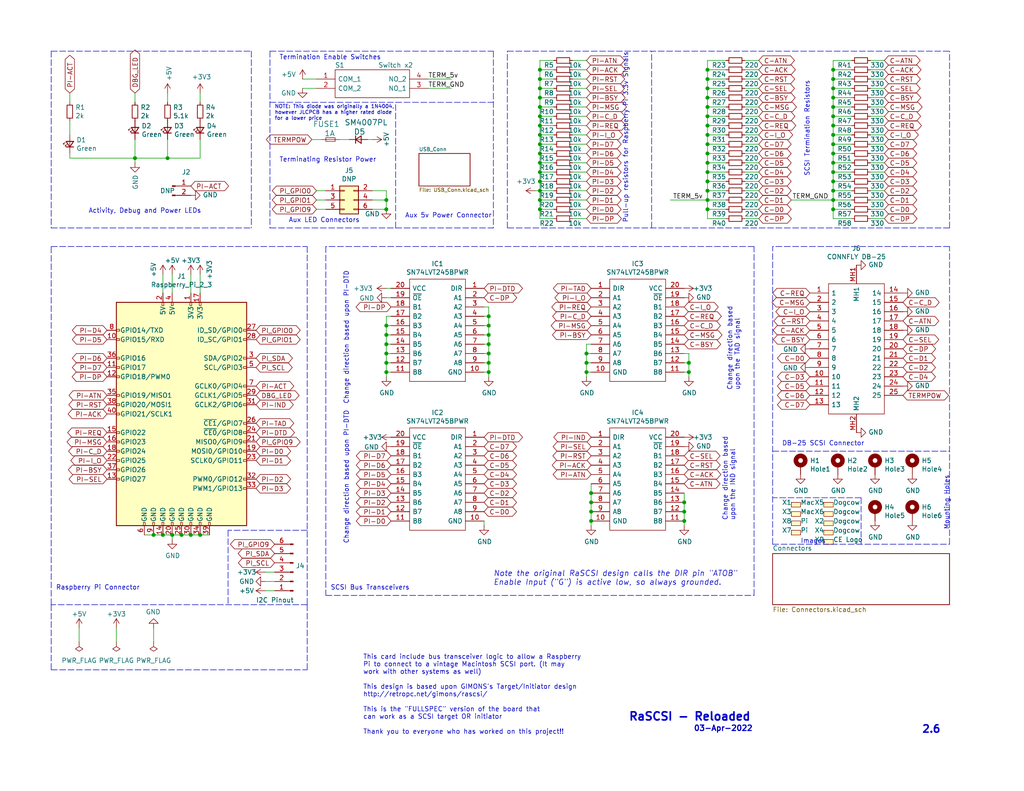
<source format=kicad_sch>
(kicad_sch (version 20211123) (generator eeschema)
  (paper "USLetter")
  (junction (at 147.32 19.05))
  (junction (at 227.33 57.15))
  (junction (at 193.04 52.07))
  (junction (at 147.32 36.83))
  (junction (at 133.35 101.6))
  (junction (at 227.33 54.61))
  (junction (at 133.35 86.36))
  (junction (at 186.69 137.16))
  (junction (at 147.32 52.07))
  (junction (at 105.41 91.44))
  (junction (at 105.41 93.98))
  (junction (at 105.41 96.52))
  (junction (at 187.96 99.06))
  (junction (at 147.32 21.59))
  (junction (at 147.32 49.53))
  (junction (at 160.02 99.06))
  (junction (at 147.32 54.61))
  (junction (at 105.41 101.6))
  (junction (at 54.61 146.05))
  (junction (at 193.04 19.05))
  (junction (at 193.04 54.61))
  (junction (at 160.02 96.52))
  (junction (at 161.29 134.62))
  (junction (at 227.33 29.21))
  (junction (at 133.35 93.98))
  (junction (at 41.91 146.05))
  (junction (at 227.33 44.45))
  (junction (at 193.04 36.83))
  (junction (at 147.32 24.13))
  (junction (at 227.33 46.99))
  (junction (at 36.83 43.18))
  (junction (at 227.33 24.13))
  (junction (at 133.35 88.9))
  (junction (at 193.04 24.13))
  (junction (at 193.04 29.21))
  (junction (at 193.04 34.29))
  (junction (at 44.45 146.05))
  (junction (at 193.04 31.75))
  (junction (at 193.04 44.45))
  (junction (at 147.32 31.75))
  (junction (at 133.35 96.52))
  (junction (at 227.33 19.05))
  (junction (at 227.33 41.91))
  (junction (at 105.41 99.06))
  (junction (at 193.04 26.67))
  (junction (at 147.32 39.37))
  (junction (at 186.69 142.24))
  (junction (at 147.32 44.45))
  (junction (at 227.33 26.67))
  (junction (at 147.32 26.67))
  (junction (at 147.32 57.15))
  (junction (at 227.33 52.07))
  (junction (at 147.32 41.91))
  (junction (at 227.33 39.37))
  (junction (at 45.72 43.18))
  (junction (at 160.02 101.6))
  (junction (at 227.33 49.53))
  (junction (at 133.35 91.44))
  (junction (at 227.33 34.29))
  (junction (at 227.33 36.83))
  (junction (at 193.04 39.37))
  (junction (at 52.07 146.05))
  (junction (at 161.29 139.7))
  (junction (at 147.32 29.21))
  (junction (at 187.96 101.6))
  (junction (at 186.69 139.7))
  (junction (at 227.33 21.59))
  (junction (at 105.41 88.9))
  (junction (at 161.29 137.16))
  (junction (at 105.41 54.61))
  (junction (at 147.32 34.29))
  (junction (at 227.33 31.75))
  (junction (at 46.99 146.05))
  (junction (at 147.32 46.99))
  (junction (at 193.04 41.91))
  (junction (at 105.41 57.15))
  (junction (at 193.04 46.99))
  (junction (at 193.04 21.59))
  (junction (at 49.53 146.05))
  (junction (at 161.29 142.24))
  (junction (at 193.04 57.15))
  (junction (at 133.35 99.06))
  (junction (at 193.04 49.53))
  (wire (pts (xy 193.04 59.69) (xy 198.12 59.69)))
  (wire (pts (xy 161.29 134.62) (xy 161.29 132.08)))
  (wire (pts (xy 49.53 146.05) (xy 46.99 146.05)))
  (wire (pts (xy 160.02 93.98) (xy 160.02 96.52)))
  (wire (pts (xy 227.33 41.91) (xy 227.33 44.45)))
  (polyline (pts (xy 88.9 162.56) (xy 205.74 162.56)))
  (wire (pts (xy 186.69 139.7) (xy 186.69 137.16)))
  (wire (pts (xy 46.99 80.01) (xy 46.99 74.93)))
  (wire (pts (xy 156.21 31.75) (xy 160.02 31.75)))
  (polyline (pts (xy 73.66 13.97) (xy 73.66 62.23)))
  (wire (pts (xy 132.08 143.51) (xy 132.08 142.24)))
  (wire (pts (xy 105.41 91.44) (xy 105.41 88.9)))
  (polyline (pts (xy 177.8 62.23) (xy 177.8 13.97)))
  (wire (pts (xy 133.35 99.06) (xy 133.35 101.6)))
  (wire (pts (xy 41.91 171.45) (xy 41.91 175.26)))
  (wire (pts (xy 207.01 57.15) (xy 203.2 57.15)))
  (wire (pts (xy 207.01 34.29) (xy 203.2 34.29)))
  (polyline (pts (xy 210.82 148.59) (xy 210.82 67.31)))
  (wire (pts (xy 241.3 52.07) (xy 237.49 52.07)))
  (wire (pts (xy 74.93 158.75) (xy 72.39 158.75)))
  (wire (pts (xy 87.63 38.1) (xy 85.09 38.1)))
  (wire (pts (xy 207.01 44.45) (xy 203.2 44.45)))
  (wire (pts (xy 241.3 21.59) (xy 237.49 21.59)))
  (wire (pts (xy 147.32 19.05) (xy 151.13 19.05)))
  (wire (pts (xy 207.01 52.07) (xy 203.2 52.07)))
  (polyline (pts (xy 13.97 13.97) (xy 13.97 62.23)))
  (wire (pts (xy 241.3 57.15) (xy 237.49 57.15)))
  (wire (pts (xy 241.3 31.75) (xy 237.49 31.75)))
  (wire (pts (xy 106.68 99.06) (xy 105.41 99.06)))
  (wire (pts (xy 193.04 52.07) (xy 198.12 52.07)))
  (wire (pts (xy 46.99 146.05) (xy 44.45 146.05)))
  (wire (pts (xy 241.3 24.13) (xy 237.49 24.13)))
  (wire (pts (xy 227.33 26.67) (xy 227.33 29.21)))
  (wire (pts (xy 147.32 26.67) (xy 151.13 26.67)))
  (wire (pts (xy 193.04 39.37) (xy 198.12 39.37)))
  (wire (pts (xy 44.45 80.01) (xy 44.45 74.93)))
  (polyline (pts (xy 62.23 144.78) (xy 62.23 165.1)))
  (wire (pts (xy 207.01 36.83) (xy 203.2 36.83)))
  (wire (pts (xy 241.3 41.91) (xy 237.49 41.91)))
  (wire (pts (xy 133.35 86.36) (xy 133.35 83.82)))
  (wire (pts (xy 54.61 146.05) (xy 52.07 146.05)))
  (wire (pts (xy 147.32 54.61) (xy 151.13 54.61)))
  (wire (pts (xy 227.33 16.51) (xy 232.41 16.51)))
  (wire (pts (xy 105.41 99.06) (xy 105.41 96.52)))
  (wire (pts (xy 187.96 96.52) (xy 186.69 96.52)))
  (wire (pts (xy 132.08 86.36) (xy 133.35 86.36)))
  (wire (pts (xy 227.33 36.83) (xy 227.33 39.37)))
  (wire (pts (xy 227.33 31.75) (xy 227.33 34.29)))
  (wire (pts (xy 207.01 59.69) (xy 203.2 59.69)))
  (wire (pts (xy 193.04 49.53) (xy 198.12 49.53)))
  (wire (pts (xy 160.02 101.6) (xy 160.02 102.87)))
  (polyline (pts (xy 73.66 13.97) (xy 134.62 13.97)))
  (polyline (pts (xy 83.82 165.1) (xy 83.82 165.1)))
  (polyline (pts (xy 138.43 13.97) (xy 259.08 13.97)))
  (wire (pts (xy 227.33 19.05) (xy 232.41 19.05)))
  (wire (pts (xy 241.3 46.99) (xy 237.49 46.99)))
  (wire (pts (xy 227.33 59.69) (xy 232.41 59.69)))
  (wire (pts (xy 161.29 142.24) (xy 161.29 139.7)))
  (wire (pts (xy 161.29 143.51) (xy 161.29 142.24)))
  (wire (pts (xy 147.32 24.13) (xy 147.32 26.67)))
  (wire (pts (xy 207.01 49.53) (xy 203.2 49.53)))
  (polyline (pts (xy 13.97 165.1) (xy 13.97 182.88)))
  (wire (pts (xy 19.05 25.4) (xy 19.05 27.94)))
  (wire (pts (xy 227.33 34.29) (xy 227.33 36.83)))
  (wire (pts (xy 147.32 52.07) (xy 147.32 54.61)))
  (wire (pts (xy 193.04 26.67) (xy 198.12 26.67)))
  (wire (pts (xy 156.21 54.61) (xy 160.02 54.61)))
  (wire (pts (xy 193.04 16.51) (xy 193.04 19.05)))
  (wire (pts (xy 101.6 57.15) (xy 105.41 57.15)))
  (wire (pts (xy 182.88 54.61) (xy 193.04 54.61)))
  (wire (pts (xy 147.32 46.99) (xy 147.32 49.53)))
  (wire (pts (xy 207.01 54.61) (xy 203.2 54.61)))
  (polyline (pts (xy 138.43 62.23) (xy 138.43 13.97)))
  (wire (pts (xy 147.32 24.13) (xy 151.13 24.13)))
  (wire (pts (xy 147.32 21.59) (xy 147.32 24.13)))
  (wire (pts (xy 156.21 41.91) (xy 160.02 41.91)))
  (wire (pts (xy 147.32 57.15) (xy 151.13 57.15)))
  (wire (pts (xy 186.69 101.6) (xy 187.96 101.6)))
  (wire (pts (xy 105.41 81.28) (xy 106.68 81.28)))
  (wire (pts (xy 147.32 57.15) (xy 147.32 59.69)))
  (wire (pts (xy 193.04 44.45) (xy 198.12 44.45)))
  (wire (pts (xy 193.04 41.91) (xy 193.04 44.45)))
  (wire (pts (xy 227.33 24.13) (xy 227.33 26.67)))
  (wire (pts (xy 146.05 52.07) (xy 147.32 52.07)))
  (wire (pts (xy 227.33 49.53) (xy 227.33 52.07)))
  (wire (pts (xy 86.36 24.13) (xy 82.55 24.13)))
  (wire (pts (xy 147.32 26.67) (xy 147.32 29.21)))
  (wire (pts (xy 105.41 101.6) (xy 105.41 102.87)))
  (wire (pts (xy 227.33 46.99) (xy 232.41 46.99)))
  (wire (pts (xy 156.21 49.53) (xy 160.02 49.53)))
  (wire (pts (xy 133.35 101.6) (xy 133.35 102.87)))
  (wire (pts (xy 147.32 39.37) (xy 151.13 39.37)))
  (wire (pts (xy 19.05 43.18) (xy 36.83 43.18)))
  (wire (pts (xy 227.33 19.05) (xy 227.33 21.59)))
  (wire (pts (xy 227.33 41.91) (xy 232.41 41.91)))
  (polyline (pts (xy 259.08 67.31) (xy 210.82 67.31)))
  (wire (pts (xy 227.33 21.59) (xy 232.41 21.59)))
  (wire (pts (xy 106.68 88.9) (xy 105.41 88.9)))
  (wire (pts (xy 227.33 54.61) (xy 232.41 54.61)))
  (wire (pts (xy 160.02 96.52) (xy 160.02 99.06)))
  (wire (pts (xy 105.41 57.15) (xy 105.41 54.61)))
  (wire (pts (xy 19.05 43.18) (xy 19.05 41.91)))
  (wire (pts (xy 147.32 41.91) (xy 151.13 41.91)))
  (polyline (pts (xy 134.62 13.97) (xy 134.62 62.23)))
  (wire (pts (xy 44.45 146.05) (xy 41.91 146.05)))
  (wire (pts (xy 101.6 54.61) (xy 105.41 54.61)))
  (wire (pts (xy 132.08 99.06) (xy 133.35 99.06)))
  (wire (pts (xy 193.04 19.05) (xy 198.12 19.05)))
  (wire (pts (xy 133.35 101.6) (xy 132.08 101.6)))
  (wire (pts (xy 54.61 43.18) (xy 54.61 38.1)))
  (wire (pts (xy 106.68 96.52) (xy 105.41 96.52)))
  (wire (pts (xy 193.04 52.07) (xy 193.04 54.61)))
  (wire (pts (xy 241.3 54.61) (xy 237.49 54.61)))
  (wire (pts (xy 156.21 34.29) (xy 160.02 34.29)))
  (wire (pts (xy 147.32 49.53) (xy 147.32 52.07)))
  (wire (pts (xy 193.04 31.75) (xy 198.12 31.75)))
  (wire (pts (xy 207.01 31.75) (xy 203.2 31.75)))
  (wire (pts (xy 36.83 38.1) (xy 36.83 43.18)))
  (wire (pts (xy 207.01 46.99) (xy 203.2 46.99)))
  (wire (pts (xy 207.01 29.21) (xy 203.2 29.21)))
  (wire (pts (xy 227.33 21.59) (xy 227.33 24.13)))
  (polyline (pts (xy 13.97 13.97) (xy 68.58 13.97)))
  (wire (pts (xy 86.36 57.15) (xy 88.9 57.15)))
  (wire (pts (xy 193.04 24.13) (xy 198.12 24.13)))
  (wire (pts (xy 45.72 43.18) (xy 54.61 43.18)))
  (wire (pts (xy 105.41 54.61) (xy 105.41 52.07)))
  (wire (pts (xy 193.04 59.69) (xy 193.04 57.15)))
  (wire (pts (xy 156.21 36.83) (xy 160.02 36.83)))
  (wire (pts (xy 227.33 57.15) (xy 232.41 57.15)))
  (wire (pts (xy 207.01 24.13) (xy 203.2 24.13)))
  (wire (pts (xy 161.29 139.7) (xy 161.29 137.16)))
  (wire (pts (xy 86.36 21.59) (xy 82.55 21.59)))
  (polyline (pts (xy 83.82 165.1) (xy 13.97 165.1)))
  (wire (pts (xy 193.04 49.53) (xy 193.04 52.07)))
  (wire (pts (xy 132.08 88.9) (xy 133.35 88.9)))
  (wire (pts (xy 227.33 54.61) (xy 215.9 54.61)))
  (wire (pts (xy 241.3 39.37) (xy 237.49 39.37)))
  (polyline (pts (xy 259.08 62.23) (xy 138.43 62.23)))
  (wire (pts (xy 227.33 31.75) (xy 232.41 31.75)))
  (wire (pts (xy 207.01 21.59) (xy 203.2 21.59)))
  (polyline (pts (xy 205.74 67.31) (xy 88.9 67.31)))
  (wire (pts (xy 147.32 44.45) (xy 147.32 46.99)))
  (wire (pts (xy 193.04 39.37) (xy 193.04 41.91)))
  (wire (pts (xy 133.35 96.52) (xy 133.35 93.98)))
  (wire (pts (xy 95.25 38.1) (xy 92.71 38.1)))
  (wire (pts (xy 132.08 93.98) (xy 133.35 93.98)))
  (wire (pts (xy 193.04 54.61) (xy 198.12 54.61)))
  (wire (pts (xy 21.59 171.45) (xy 21.59 175.26)))
  (wire (pts (xy 193.04 21.59) (xy 193.04 24.13)))
  (wire (pts (xy 227.33 39.37) (xy 227.33 41.91)))
  (wire (pts (xy 156.21 52.07) (xy 160.02 52.07)))
  (wire (pts (xy 54.61 27.94) (xy 54.61 25.4)))
  (wire (pts (xy 36.83 27.94) (xy 36.83 25.4)))
  (wire (pts (xy 105.41 96.52) (xy 105.41 93.98)))
  (wire (pts (xy 86.36 52.07) (xy 88.9 52.07)))
  (wire (pts (xy 193.04 36.83) (xy 193.04 39.37)))
  (polyline (pts (xy 234.95 135.89) (xy 234.95 148.59)))
  (wire (pts (xy 227.33 44.45) (xy 232.41 44.45)))
  (polyline (pts (xy 83.82 165.1) (xy 83.82 182.88)))
  (wire (pts (xy 193.04 46.99) (xy 193.04 49.53)))
  (wire (pts (xy 161.29 93.98) (xy 160.02 93.98)))
  (wire (pts (xy 116.84 24.13) (xy 123.19 24.13)))
  (wire (pts (xy 101.6 38.1) (xy 100.33 38.1)))
  (wire (pts (xy 31.75 171.45) (xy 31.75 175.26)))
  (wire (pts (xy 147.32 19.05) (xy 147.32 21.59)))
  (wire (pts (xy 161.29 101.6) (xy 160.02 101.6)))
  (wire (pts (xy 193.04 34.29) (xy 193.04 36.83)))
  (wire (pts (xy 186.69 99.06) (xy 187.96 99.06)))
  (wire (pts (xy 227.33 26.67) (xy 232.41 26.67)))
  (wire (pts (xy 227.33 36.83) (xy 232.41 36.83)))
  (wire (pts (xy 227.33 52.07) (xy 232.41 52.07)))
  (wire (pts (xy 52.07 146.05) (xy 49.53 146.05)))
  (wire (pts (xy 106.68 91.44) (xy 105.41 91.44)))
  (wire (pts (xy 187.96 102.87) (xy 187.96 101.6)))
  (wire (pts (xy 57.15 146.05) (xy 54.61 146.05)))
  (wire (pts (xy 193.04 44.45) (xy 193.04 46.99)))
  (wire (pts (xy 132.08 96.52) (xy 133.35 96.52)))
  (wire (pts (xy 133.35 88.9) (xy 133.35 86.36)))
  (wire (pts (xy 193.04 57.15) (xy 198.12 57.15)))
  (wire (pts (xy 156.21 44.45) (xy 160.02 44.45)))
  (wire (pts (xy 193.04 24.13) (xy 193.04 26.67)))
  (wire (pts (xy 147.32 31.75) (xy 147.32 34.29)))
  (wire (pts (xy 147.32 41.91) (xy 147.32 44.45)))
  (wire (pts (xy 132.08 83.82) (xy 133.35 83.82)))
  (wire (pts (xy 156.21 57.15) (xy 160.02 57.15)))
  (polyline (pts (xy 13.97 62.23) (xy 68.58 62.23)))
  (wire (pts (xy 227.33 24.13) (xy 232.41 24.13)))
  (wire (pts (xy 161.29 99.06) (xy 160.02 99.06)))
  (wire (pts (xy 241.3 29.21) (xy 237.49 29.21)))
  (wire (pts (xy 227.33 39.37) (xy 232.41 39.37)))
  (wire (pts (xy 161.29 137.16) (xy 161.29 134.62)))
  (wire (pts (xy 19.05 33.02) (xy 19.05 36.83)))
  (polyline (pts (xy 13.97 67.31) (xy 83.82 67.31)))
  (wire (pts (xy 186.69 142.24) (xy 186.69 139.7)))
  (wire (pts (xy 207.01 41.91) (xy 203.2 41.91)))
  (wire (pts (xy 156.21 39.37) (xy 160.02 39.37)))
  (wire (pts (xy 186.69 137.16) (xy 186.69 134.62)))
  (wire (pts (xy 147.32 54.61) (xy 147.32 57.15)))
  (wire (pts (xy 207.01 19.05) (xy 203.2 19.05)))
  (wire (pts (xy 227.33 57.15) (xy 227.33 54.61)))
  (wire (pts (xy 207.01 16.51) (xy 203.2 16.51)))
  (wire (pts (xy 46.99 147.32) (xy 46.99 146.05)))
  (wire (pts (xy 52.07 80.01) (xy 52.07 74.93)))
  (wire (pts (xy 186.69 143.51) (xy 186.69 142.24)))
  (wire (pts (xy 193.04 26.67) (xy 193.04 29.21)))
  (polyline (pts (xy 13.97 165.1) (xy 13.97 67.31)))
  (polyline (pts (xy 205.74 162.56) (xy 205.74 67.31)))
  (polyline (pts (xy 73.66 27.94) (xy 134.62 27.94)))
  (wire (pts (xy 241.3 59.69) (xy 237.49 59.69)))
  (wire (pts (xy 133.35 93.98) (xy 133.35 91.44)))
  (polyline (pts (xy 234.95 135.89) (xy 210.82 135.89)))
  (wire (pts (xy 156.21 29.21) (xy 160.02 29.21)))
  (wire (pts (xy 133.35 99.06) (xy 133.35 96.52)))
  (wire (pts (xy 241.3 34.29) (xy 237.49 34.29)))
  (wire (pts (xy 116.84 21.59) (xy 123.19 21.59)))
  (wire (pts (xy 227.33 49.53) (xy 232.41 49.53)))
  (wire (pts (xy 241.3 49.53) (xy 237.49 49.53)))
  (wire (pts (xy 156.21 21.59) (xy 160.02 21.59)))
  (wire (pts (xy 193.04 29.21) (xy 198.12 29.21)))
  (wire (pts (xy 147.32 36.83) (xy 151.13 36.83)))
  (wire (pts (xy 72.39 156.21) (xy 74.93 156.21)))
  (wire (pts (xy 227.33 34.29) (xy 232.41 34.29)))
  (wire (pts (xy 193.04 19.05) (xy 193.04 21.59)))
  (wire (pts (xy 147.32 36.83) (xy 147.32 39.37)))
  (wire (pts (xy 207.01 26.67) (xy 203.2 26.67)))
  (wire (pts (xy 227.33 44.45) (xy 227.33 46.99)))
  (wire (pts (xy 106.68 101.6) (xy 105.41 101.6)))
  (wire (pts (xy 227.33 46.99) (xy 227.33 49.53)))
  (wire (pts (xy 147.32 59.69) (xy 151.13 59.69)))
  (wire (pts (xy 132.08 91.44) (xy 133.35 91.44)))
  (wire (pts (xy 193.04 16.51) (xy 198.12 16.51)))
  (wire (pts (xy 105.41 93.98) (xy 105.41 91.44)))
  (wire (pts (xy 147.32 34.29) (xy 147.32 36.83)))
  (wire (pts (xy 147.32 29.21) (xy 151.13 29.21)))
  (wire (pts (xy 105.41 88.9) (xy 105.41 86.36)))
  (wire (pts (xy 105.41 78.74) (xy 106.68 78.74)))
  (wire (pts (xy 41.91 146.05) (xy 39.37 146.05)))
  (wire (pts (xy 187.96 101.6) (xy 187.96 99.06)))
  (wire (pts (xy 106.68 93.98) (xy 105.41 93.98)))
  (wire (pts (xy 187.96 99.06) (xy 187.96 96.52)))
  (wire (pts (xy 227.33 29.21) (xy 227.33 31.75)))
  (wire (pts (xy 193.04 29.21) (xy 193.04 31.75)))
  (wire (pts (xy 156.21 46.99) (xy 160.02 46.99)))
  (polyline (pts (xy 83.82 67.31) (xy 83.82 165.1)))
  (wire (pts (xy 227.33 59.69) (xy 227.33 57.15)))
  (wire (pts (xy 241.3 19.05) (xy 237.49 19.05)))
  (wire (pts (xy 86.36 54.61) (xy 88.9 54.61)))
  (wire (pts (xy 147.32 46.99) (xy 151.13 46.99)))
  (wire (pts (xy 241.3 44.45) (xy 237.49 44.45)))
  (polyline (pts (xy 210.82 123.19) (xy 259.08 123.19)))
  (wire (pts (xy 54.61 80.01) (xy 54.61 74.93)))
  (wire (pts (xy 72.39 161.29) (xy 74.93 161.29)))
  (wire (pts (xy 105.41 52.07) (xy 101.6 52.07)))
  (wire (pts (xy 161.29 96.52) (xy 160.02 96.52)))
  (wire (pts (xy 241.3 26.67) (xy 237.49 26.67)))
  (wire (pts (xy 193.04 31.75) (xy 193.04 34.29)))
  (polyline (pts (xy 68.58 13.97) (xy 68.58 62.23)))
  (wire (pts (xy 147.32 21.59) (xy 151.13 21.59)))
  (wire (pts (xy 147.32 29.21) (xy 147.32 31.75)))
  (wire (pts (xy 156.21 19.05) (xy 160.02 19.05)))
  (polyline (pts (xy 259.08 62.23) (xy 259.08 13.97)))
  (polyline (pts (xy 73.66 62.23) (xy 134.62 62.23)))
  (wire (pts (xy 147.32 34.29) (xy 151.13 34.29)))
  (wire (pts (xy 105.41 101.6) (xy 105.41 99.06)))
  (polyline (pts (xy 259.08 148.59) (xy 259.08 67.31)))
  (wire (pts (xy 160.02 99.06) (xy 160.02 101.6)))
  (wire (pts (xy 45.72 38.1) (xy 45.72 43.18)))
  (wire (pts (xy 36.83 43.18) (xy 45.72 43.18)))
  (wire (pts (xy 207.01 39.37) (xy 203.2 39.37)))
  (wire (pts (xy 241.3 16.51) (xy 237.49 16.51)))
  (wire (pts (xy 36.83 44.45) (xy 36.83 43.18)))
  (wire (pts (xy 193.04 34.29) (xy 198.12 34.29)))
  (polyline (pts (xy 13.97 182.88) (xy 83.82 182.88)))
  (wire (pts (xy 193.04 57.15) (xy 193.04 54.61)))
  (wire (pts (xy 147.32 49.53) (xy 151.13 49.53)))
  (wire (pts (xy 241.3 36.83) (xy 237.49 36.83)))
  (wire (pts (xy 147.32 39.37) (xy 147.32 41.91)))
  (polyline (pts (xy 107.95 62.23) (xy 107.95 27.94)))
  (wire (pts (xy 45.72 27.94) (xy 45.72 25.4)))
  (wire (pts (xy 147.32 16.51) (xy 151.13 16.51)))
  (wire (pts (xy 193.04 46.99) (xy 198.12 46.99)))
  (wire (pts (xy 105.41 86.36) (xy 106.68 86.36)))
  (wire (pts (xy 147.32 44.45) (xy 151.13 44.45)))
  (wire (pts (xy 193.04 21.59) (xy 198.12 21.59)))
  (polyline (pts (xy 88.9 67.31) (xy 88.9 162.56)))
  (wire (pts (xy 193.04 36.83) (xy 198.12 36.83)))
  (wire (pts (xy 156.21 24.13) (xy 160.02 24.13)))
  (wire (pts (xy 147.32 31.75) (xy 151.13 31.75)))
  (wire (pts (xy 193.04 41.91) (xy 198.12 41.91)))
  (polyline (pts (xy 210.82 148.59) (xy 259.08 148.59)))
  (wire (pts (xy 227.33 29.21) (xy 232.41 29.21)))
  (wire (pts (xy 227.33 16.51) (xy 227.33 19.05)))
  (wire (pts (xy 156.21 26.67) (xy 160.02 26.67)))
  (polyline (pts (xy 83.82 144.78) (xy 62.23 144.78)))
  (wire (pts (xy 156.21 59.69) (xy 160.02 59.69)))
  (wire (pts (xy 133.35 91.44) (xy 133.35 88.9)))
  (wire (pts (xy 156.21 16.51) (xy 160.02 16.51)))
  (wire (pts (xy 147.32 16.51) (xy 147.32 19.05)))
  (wire (pts (xy 227.33 52.07) (xy 227.33 54.61)))
  (wire (pts (xy 147.32 52.07) (xy 151.13 52.07)))
  (text "Images" (at 218.44 148.59 0) (effects (font (size 1.27 1.27)) (justify left bottom)))
  (text "RaSCSI - Reloaded" (at 171.45 197.104 0) (effects (font (size 2.2098 2.2098) (thickness 0.442) bold) (justify left bottom)))
  (text "2.6" (at 251.46 200.406 0) (effects (font (size 2.0066 2.0066) (thickness 0.4013) bold) (justify left bottom)))
  (text "Raspberry Pi Connector" (at 15.24 161.29 0) (effects (font (size 1.27 1.27)) (justify left bottom)))
  (text "Change direction based \nupon the TAD signal" (at 201.93 106.68 90) (effects (font (size 1.27 1.27)) (justify left bottom)))
  (text "Terminating Resistor Power" (at 76.2 44.45 0) (effects (font (size 1.27 1.27)) (justify left bottom)))
  (text "Mounting Holes" (at 259.08 144.78 90) (effects (font (size 1.27 1.27)) (justify left bottom)))
  (text "03-Apr-2022" (at 189.23 199.898 0) (effects (font (size 1.4986 1.4986) (thickness 0.2997) bold) (justify left bottom)))
  (text "DB-25 SCSI Connector" (at 213.36 121.92 0) (effects (font (size 1.27 1.27)) (justify left bottom)))
  (text "SCSI Termination Resistors" (at 220.98 48.26 90) (effects (font (size 1.27 1.27)) (justify left bottom)))
  (text "Pull-up resistors for Raspberry Pi 3.3v Signals" (at 171.45 60.96 90) (effects (font (size 1.27 1.27)) (justify left bottom)))
  (text "Change direction based \nupon the IND signal" (at 200.66 142.24 90) (effects (font (size 1.27 1.27)) (justify left bottom)))
  (text "NOTE: This diode was originally a 1N4004, \nhowever JLCPCB has a higher rated diode \nfor a lower price" (at 74.93 33.02 0) (effects (font (size 0.9906 0.9906)) (justify left bottom)))
  (text "Change direction based upon PI-DTD" (at 95.25 110.49 90) (effects (font (size 1.27 1.27)) (justify left bottom)))
  (text "Note the original RaSCSI design calls the DIR pin \"ATOB\"\nEnable Input (\"G\") is active low, so always grounded." (at 134.62 160.02 0) (effects (font (size 1.4986 1.4986) italic) (justify left bottom)))
  (text "Activity, Debug and Power LEDs" (at 24.13 58.42 0) (effects (font (size 1.27 1.27)) (justify left bottom)))
  (text "Termination Enable Switches" (at 76.2 16.51 0) (effects (font (size 1.27 1.27)) (justify left bottom)))
  (text "Change direction based upon PI-DTD" (at 95.25 148.59 90) (effects (font (size 1.27 1.27)) (justify left bottom)))
  (text "This card include bus transceiver logic to allow a Raspberry \nPi to connect to a vintage Macintosh SCSI port. (It may \nwork with other systems as well)\n\nThis design is based upon GIMONS's Target/Initiator design\nhttp://retropc.net/gimons/rascsi/\n\nThis is the \"FULLSPEC\" version of the board that \ncan work as a SCSI target OR initiator\n\nThank you to everyone who has worked on this project!!" (at 99.06 200.66 0) (effects (font (size 1.27 1.27)) (justify left bottom)))
  (text "Aux 5v Power Connector" (at 110.49 59.69 0) (effects (font (size 1.27 1.27)) (justify left bottom)))
  (text "SCSI Bus Transceivers" (at 90.17 161.29 0) (effects (font (size 1.27 1.27)) (justify left bottom)))
  (text "Aux LED Connectors" (at 78.74 60.96 0) (effects (font (size 1.27 1.27)) (justify left bottom)))
  (label "TERM_GND" (at 116.84 24.13 0))
  (label "TERM_5v" (at 116.84 21.59 0))
  (label "TERM_GND" (at 226.06 54.61 180))
  (label "TERM_5v" (at 191.77 54.61 180))
  (global_label "PI-DP" (shape bidirectional) (at 29.21 102.87 180) (property "Intersheet References" "${INTERSHEET_REFS}" (effects hide)))
  (global_label "PI-REQ" (shape bidirectional) (at 161.29 83.82 180) (property "Intersheet References" "${INTERSHEET_REFS}" (effects hide)))
  (global_label "PI-I_O" (shape bidirectional) (at 160.02 36.83 0) (property "Intersheet References" "${INTERSHEET_REFS}" (effects hide)))
  (global_label "PI-D6" (shape bidirectional) (at 160.02 41.91 0) (property "Intersheet References" "${INTERSHEET_REFS}" (effects hide)))
  (global_label "C-DP" (shape bidirectional) (at 207.01 59.69 0) (property "Intersheet References" "${INTERSHEET_REFS}" (effects hide)))
  (global_label "PI-DTD" (shape bidirectional) (at 132.08 119.38 0) (property "Intersheet References" "${INTERSHEET_REFS}" (effects hide)))
  (global_label "C-I_O" (shape bidirectional) (at 207.01 36.83 0) (property "Intersheet References" "${INTERSHEET_REFS}" (effects hide)))
  (global_label "PI-D0" (shape bidirectional) (at 69.85 123.19 0) (property "Intersheet References" "${INTERSHEET_REFS}" (effects hide)))
  (global_label "PI-D7" (shape bidirectional) (at 106.68 124.46 180) (property "Intersheet References" "${INTERSHEET_REFS}" (effects hide)))
  (global_label "PI-D4" (shape bidirectional) (at 29.21 90.17 180) (property "Intersheet References" "${INTERSHEET_REFS}" (effects hide)))
  (global_label "C-ATN" (shape bidirectional) (at 246.38 87.63 0) (property "Intersheet References" "${INTERSHEET_REFS}" (effects hide)))
  (global_label "PI-C_D" (shape bidirectional) (at 161.29 86.36 180) (property "Intersheet References" "${INTERSHEET_REFS}" (effects hide)))
  (global_label "C-D6" (shape bidirectional) (at 132.08 124.46 0) (property "Intersheet References" "${INTERSHEET_REFS}" (effects hide)))
  (global_label "PI-REQ" (shape bidirectional) (at 160.02 34.29 0) (property "Intersheet References" "${INTERSHEET_REFS}" (effects hide)))
  (global_label "C-D0" (shape bidirectional) (at 132.08 139.7 0) (property "Intersheet References" "${INTERSHEET_REFS}" (effects hide)))
  (global_label "C-D3" (shape bidirectional) (at 132.08 132.08 0) (property "Intersheet References" "${INTERSHEET_REFS}" (effects hide)))
  (global_label "C-D1" (shape bidirectional) (at 246.38 97.79 0) (property "Intersheet References" "${INTERSHEET_REFS}" (effects hide)))
  (global_label "PI-C_D" (shape bidirectional) (at 29.21 123.19 180) (property "Intersheet References" "${INTERSHEET_REFS}" (effects hide)))
  (global_label "C-D1" (shape bidirectional) (at 241.3 54.61 0) (property "Intersheet References" "${INTERSHEET_REFS}" (effects hide)))
  (global_label "PI-D3" (shape bidirectional) (at 69.85 133.35 0) (property "Intersheet References" "${INTERSHEET_REFS}" (effects hide)))
  (global_label "C-DP" (shape bidirectional) (at 246.38 95.25 0) (property "Intersheet References" "${INTERSHEET_REFS}" (effects hide)))
  (global_label "C-D6" (shape bidirectional) (at 241.3 41.91 0) (property "Intersheet References" "${INTERSHEET_REFS}" (effects hide)))
  (global_label "C-C_D" (shape bidirectional) (at 241.3 31.75 0) (property "Intersheet References" "${INTERSHEET_REFS}" (effects hide)))
  (global_label "C-BSY" (shape bidirectional) (at 220.98 92.71 180) (property "Intersheet References" "${INTERSHEET_REFS}" (effects hide)))
  (global_label "C-RST" (shape bidirectional) (at 241.3 21.59 0) (property "Intersheet References" "${INTERSHEET_REFS}" (effects hide)))
  (global_label "C-ACK" (shape bidirectional) (at 207.01 19.05 0) (property "Intersheet References" "${INTERSHEET_REFS}" (effects hide)))
  (global_label "PI-D7" (shape bidirectional) (at 160.02 39.37 0) (property "Intersheet References" "${INTERSHEET_REFS}" (effects hide)))
  (global_label "PI-D2" (shape bidirectional) (at 160.02 52.07 0) (property "Intersheet References" "${INTERSHEET_REFS}" (effects hide)))
  (global_label "PI-DTD" (shape bidirectional) (at 69.85 118.11 0) (property "Intersheet References" "${INTERSHEET_REFS}" (effects hide)))
  (global_label "PI-D3" (shape bidirectional) (at 160.02 49.53 0) (property "Intersheet References" "${INTERSHEET_REFS}" (effects hide)))
  (global_label "PI-ATN" (shape bidirectional) (at 161.29 129.54 180) (property "Intersheet References" "${INTERSHEET_REFS}" (effects hide)))
  (global_label "C-D5" (shape bidirectional) (at 220.98 105.41 180) (property "Intersheet References" "${INTERSHEET_REFS}" (effects hide)))
  (global_label "PI-I_O" (shape bidirectional) (at 161.29 81.28 180) (property "Intersheet References" "${INTERSHEET_REFS}" (effects hide)))
  (global_label "C-I_O" (shape bidirectional) (at 220.98 85.09 180) (property "Intersheet References" "${INTERSHEET_REFS}" (effects hide)))
  (global_label "PI-MSG" (shape bidirectional) (at 160.02 29.21 0) (property "Intersheet References" "${INTERSHEET_REFS}" (effects hide)))
  (global_label "PI-DTD" (shape bidirectional) (at 132.08 78.74 0) (property "Intersheet References" "${INTERSHEET_REFS}" (effects hide)))
  (global_label "PI-D5" (shape bidirectional) (at 29.21 92.71 180) (property "Intersheet References" "${INTERSHEET_REFS}" (effects hide)))
  (global_label "C-D5" (shape bidirectional) (at 241.3 44.45 0) (property "Intersheet References" "${INTERSHEET_REFS}" (effects hide)))
  (global_label "C-D0" (shape bidirectional) (at 207.01 57.15 0) (property "Intersheet References" "${INTERSHEET_REFS}" (effects hide)))
  (global_label "PI-ACT" (shape bidirectional) (at 19.05 25.4 90) (property "Intersheet References" "${INTERSHEET_REFS}" (effects hide)))
  (global_label "C-D3" (shape bidirectional) (at 220.98 102.87 180) (property "Intersheet References" "${INTERSHEET_REFS}" (effects hide)))
  (global_label "C-D0" (shape bidirectional) (at 220.98 97.79 180) (property "Intersheet References" "${INTERSHEET_REFS}" (effects hide)))
  (global_label "C-MSG" (shape bidirectional) (at 241.3 29.21 0) (property "Intersheet References" "${INTERSHEET_REFS}" (effects hide)))
  (global_label "PI-RST" (shape bidirectional) (at 160.02 21.59 0) (property "Intersheet References" "${INTERSHEET_REFS}" (effects hide)))
  (global_label "PI-D6" (shape bidirectional) (at 106.68 127 180) (property "Intersheet References" "${INTERSHEET_REFS}" (effects hide)))
  (global_label "C-D0" (shape bidirectional) (at 241.3 57.15 0) (property "Intersheet References" "${INTERSHEET_REFS}" (effects hide)))
  (global_label "C-D5" (shape bidirectional) (at 132.08 127 0) (property "Intersheet References" "${INTERSHEET_REFS}" (effects hide)))
  (global_label "C-D4" (shape bidirectional) (at 132.08 129.54 0) (property "Intersheet References" "${INTERSHEET_REFS}" (effects hide)))
  (global_label "C-RST" (shape bidirectional) (at 220.98 87.63 180) (property "Intersheet References" "${INTERSHEET_REFS}" (effects hide)))
  (global_label "PI-SEL" (shape bidirectional) (at 29.21 130.81 180) (property "Intersheet References" "${INTERSHEET_REFS}" (effects hide)))
  (global_label "PI-IND" (shape bidirectional) (at 69.85 110.49 0) (property "Intersheet References" "${INTERSHEET_REFS}" (effects hide)))
  (global_label "C-C_D" (shape bidirectional) (at 246.38 82.55 0) (property "Intersheet References" "${INTERSHEET_REFS}" (effects hide)))
  (global_label "C-D7" (shape bidirectional) (at 241.3 39.37 0) (property "Intersheet References" "${INTERSHEET_REFS}" (effects hide)))
  (global_label "PI_GPIO9" (shape bidirectional) (at 74.93 148.59 180) (property "Intersheet References" "${INTERSHEET_REFS}" (effects hide)))
  (global_label "PI-D1" (shape bidirectional) (at 69.85 125.73 0) (property "Intersheet References" "${INTERSHEET_REFS}" (effects hide)))
  (global_label "C-D7" (shape bidirectional) (at 207.01 39.37 0) (property "Intersheet References" "${INTERSHEET_REFS}" (effects hide)))
  (global_label "PI-RST" (shape bidirectional) (at 29.21 110.49 180) (property "Intersheet References" "${INTERSHEET_REFS}" (effects hide)))
  (global_label "C-D1" (shape bidirectional) (at 132.08 137.16 0) (property "Intersheet References" "${INTERSHEET_REFS}" (effects hide)))
  (global_label "PI-REQ" (shape bidirectional) (at 29.21 118.11 180) (property "Intersheet References" "${INTERSHEET_REFS}" (effects hide)))
  (global_label "C-ACK" (shape bidirectional) (at 241.3 19.05 0) (property "Intersheet References" "${INTERSHEET_REFS}" (effects hide)))
  (global_label "PI-ATN" (shape bidirectional) (at 29.21 107.95 180) (property "Intersheet References" "${INTERSHEET_REFS}" (effects hide)))
  (global_label "PI-D4" (shape bidirectional) (at 106.68 132.08 180) (property "Intersheet References" "${INTERSHEET_REFS}" (effects hide)))
  (global_label "C-C_D" (shape bidirectional) (at 186.69 88.9 0) (property "Intersheet References" "${INTERSHEET_REFS}" (effects hide)))
  (global_label "C-BSY" (shape bidirectional) (at 241.3 26.67 0) (property "Intersheet References" "${INTERSHEET_REFS}" (effects hide)))
  (global_label "C-SEL" (shape bidirectional) (at 246.38 92.71 0) (property "Intersheet References" "${INTERSHEET_REFS}" (effects hide)))
  (global_label "C-ATN" (shape bidirectional) (at 207.01 16.51 0) (property "Intersheet References" "${INTERSHEET_REFS}" (effects hide)))
  (global_label "PI_SCL" (shape bidirectional) (at 69.85 100.33 0) (property "Intersheet References" "${INTERSHEET_REFS}" (effects hide)))
  (global_label "DBG_LED" (shape bidirectional) (at 36.83 25.4 90) (property "Intersheet References" "${INTERSHEET_REFS}" (effects hide)))
  (global_label "C-D2" (shape bidirectional) (at 207.01 52.07 0) (property "Intersheet References" "${INTERSHEET_REFS}" (effects hide)))
  (global_label "PI_GPIO1" (shape bidirectional) (at 69.85 92.71 0) (property "Intersheet References" "${INTERSHEET_REFS}" (effects hide)))
  (global_label "PI-BSY" (shape bidirectional) (at 29.21 128.27 180) (property "Intersheet References" "${INTERSHEET_REFS}" (effects hide)))
  (global_label "PI-BSY" (shape bidirectional) (at 160.02 26.67 0) (property "Intersheet References" "${INTERSHEET_REFS}" (effects hide)))
  (global_label "C-MSG" (shape bidirectional) (at 186.69 91.44 0) (property "Intersheet References" "${INTERSHEET_REFS}" (effects hide)))
  (global_label "PI-ACT" (shape bidirectional) (at 52.07 50.8 0) (property "Intersheet References" "${INTERSHEET_REFS}" (effects hide)))
  (global_label "C-D3" (shape bidirectional) (at 207.01 49.53 0) (property "Intersheet References" "${INTERSHEET_REFS}" (effects hide)))
  (global_label "DBG_LED" (shape bidirectional) (at 69.85 107.95 0) (property "Intersheet References" "${INTERSHEET_REFS}" (effects hide)))
  (global_label "TERMPOW" (shape bidirectional) (at 85.09 38.1 180) (property "Intersheet References" "${INTERSHEET_REFS}" (effects hide)))
  (global_label "PI_SDA" (shape bidirectional) (at 74.93 151.13 180) (property "Intersheet References" "${INTERSHEET_REFS}" (effects hide)))
  (global_label "C-D3" (shape bidirectional) (at 241.3 49.53 0) (property "Intersheet References" "${INTERSHEET_REFS}" (effects hide)))
  (global_label "PI_GPIO1" (shape bidirectional) (at 86.36 54.61 180) (property "Intersheet References" "${INTERSHEET_REFS}" (effects hide)))
  (global_label "C-D4" (shape bidirectional) (at 207.01 46.99 0) (property "Intersheet References" "${INTERSHEET_REFS}" (effects hide)))
  (global_label "PI-ATN" (shape bidirectional) (at 160.02 16.51 0) (property "Intersheet References" "${INTERSHEET_REFS}" (effects hide)))
  (global_label "C-ATN" (shape bidirectional) (at 186.69 132.08 0) (property "Intersheet References" "${INTERSHEET_REFS}" (effects hide)))
  (global_label "C-D2" (shape bidirectional) (at 241.3 52.07 0) (property "Intersheet References" "${INTERSHEET_REFS}" (effects hide)))
  (global_label "PI-ACT" (shape bidirectional) (at 69.85 105.41 0) (property "Intersheet References" "${INTERSHEET_REFS}" (effects hide)))
  (global_label "PI-MSG" (shape bidirectional) (at 161.29 88.9 180) (property "Intersheet References" "${INTERSHEET_REFS}" (effects hide)))
  (global_label "PI-D2" (shape bidirectional) (at 106.68 137.16 180) (property "Intersheet References" "${INTERSHEET_REFS}" (effects hide)))
  (global_label "PI-DP" (shape bidirectional) (at 160.02 59.69 0) (property "Intersheet References" "${INTERSHEET_REFS}" (effects hide)))
  (global_label "C-BSY" (shape bidirectional) (at 186.69 93.98 0) (property "Intersheet References" "${INTERSHEET_REFS}" (effects hide)))
  (global_label "C-MSG" (shape bidirectional) (at 220.98 82.55 180) (property "Intersheet References" "${INTERSHEET_REFS}" (effects hide)))
  (global_label "PI-D6" (shape bidirectional) (at 29.21 97.79 180) (property "Intersheet References" "${INTERSHEET_REFS}" (effects hide)))
  (global_label "C-SEL" (shape bidirectional) (at 207.01 24.13 0) (property "Intersheet References" "${INTERSHEET_REFS}" (effects hide)))
  (global_label "PI-TAD" (shape bidirectional) (at 69.85 115.57 0) (property "Intersheet References" "${INTERSHEET_REFS}" (effects hide)))
  (global_label "PI-D1" (shape bidirectional) (at 106.68 139.7 180) (property "Intersheet References" "${INTERSHEET_REFS}" (effects hide)))
  (global_label "C-I_O" (shape bidirectional) (at 186.69 83.82 0) (property "Intersheet References" "${INTERSHEET_REFS}" (effects hide)))
  (global_label "C-D7" (shape bidirectional) (at 132.08 121.92 0) (property "Intersheet References" "${INTERSHEET_REFS}" (effects hide)))
  (global_label "C-D4" (shape bidirectional) (at 241.3 46.99 0) (property "Intersheet References" "${INTERSHEET_REFS}" (effects hide)))
  (global_label "C-MSG" (shape bidirectional) (at 207.01 29.21 0) (property "Intersheet References" "${INTERSHEET_REFS}" (effects hide)))
  (global_label "PI-D1" (shape bidirectional) (at 160.02 54.61 0) (property "Intersheet References" "${INTERSHEET_REFS}" (effects hide)))
  (global_label "C-C_D" (shape bidirectional) (at 207.01 31.75 0) (property "Intersheet References" "${INTERSHEET_REFS}" (effects hide)))
  (global_label "PI_GPIO0" (shape bidirectional) (at 86.36 52.07 180) (property "Intersheet References" "${INTERSHEET_REFS}" (effects hide)))
  (global_label "C-D1" (shape bidirectional) (at 207.01 54.61 0) (property "Intersheet References" "${INTERSHEET_REFS}" (effects hide)))
  (global_label "PI_GPIO9" (shape bidirectional) (at 69.85 120.65 0) (property "Intersheet References" "${INTERSHEET_REFS}" (effects hide)))
  (global_label "PI-IND" (shape bidirectional) (at 161.29 119.38 180) (property "Intersheet References" "${INTERSHEET_REFS}" (effects hide)))
  (global_label "C-D5" (shape bidirectional) (at 207.01 44.45 0) (property "Intersheet References" "${INTERSHEET_REFS}" (effects hide)))
  (global_label "PI-ACK" (shape bidirectional) (at 161.29 127 180) (property "Intersheet References" "${INTERSHEET_REFS}" (effects hide)))
  (global_label "C-REQ" (shape bidirectional) (at 241.3 34.29 0) (property "Intersheet References" "${INTERSHEET_REFS}" (effects hide)))
  (global_label "PI-I_O" (shape bidirectional) (at 29.21 125.73 180) (property "Intersheet References" "${INTERSHEET_REFS}" (effects hide)))
  (global_label "PI_GPIO9" (shape bidirectional) (at 86.36 57.15 180) (property "Intersheet References" "${INTERSHEET_REFS}" (effects hide)))
  (global_label "C-REQ" (shape bidirectional) (at 186.69 86.36 0) (property "Intersheet References" "${INTERSHEET_REFS}" (effects hide)))
  (global_label "C-ATN" (shape bidirectional) (at 241.3 16.51 0) (property "Intersheet References" "${INTERSHEET_REFS}" (effects hide)))
  (global_label "C-D4" (shape bidirectional) (at 246.38 102.87 0) (property "Intersheet References" "${INTERSHEET_REFS}" (effects hide)))
  (global_label "C-D2" (shape bidirectional) (at 132.08 134.62 0) (property "Intersheet References" "${INTERSHEET_REFS}" (effects hide)))
  (global_label "C-DP" (shape bidirectional) (at 132.08 81.28 0) (property "Intersheet References" "${INTERSHEET_REFS}" (effects hide)))
  (global_label "C-DP" (shape bidirectional) (at 241.3 59.69 0) (property "Intersheet References" "${INTERSHEET_REFS}" (effects hide)))
  (global_label "C-D2" (shape bidirectional) (at 246.38 100.33 0) (property "Intersheet References" "${INTERSHEET_REFS}" (effects hide)))
  (global_label "PI-D2" (shape bidirectional) (at 69.85 130.81 0) (property "Intersheet References" "${INTERSHEET_REFS}" (effects hide)))
  (global_label "PI-D4" (shape bidirectional) (at 160.02 46.99 0) (property "Intersheet References" "${INTERSHEET_REFS}" (effects hide)))
  (global_label "C-REQ" (shape bidirectional) (at 220.98 80.01 180) (property "Intersheet References" "${INTERSHEET_REFS}" (effects hide)))
  (global_label "PI-C_D" (shape bidirectional) (at 160.02 31.75 0) (property "Intersheet References" "${INTERSHEET_REFS}" (effects hide)))
  (global_label "PI-D0" (shape bidirectional) (at 106.68 142.24 180) (property "Intersheet References" "${INTERSHEET_REFS}" (effects hide)))
  (global_label "PI-MSG" (shape bidirectional) (at 29.21 120.65 180) (property "Intersheet References" "${INTERSHEET_REFS}" (effects hide)))
  (global_label "PI-DP" (shape bidirectional) (at 106.68 83.82 180) (property "Intersheet References" "${INTERSHEET_REFS}" (effects hide)))
  (global_label "C-ACK" (shape bidirectional) (at 186.69 129.54 0) (property "Intersheet References" "${INTERSHEET_REFS}" (effects hide)))
  (global_label "PI-ACK" (shape bidirectional) (at 29.21 113.03 180) (property "Intersheet References" "${INTERSHEET_REFS}" (effects hide)))
  (global_label "C-REQ" (shape bidirectional) (at 207.01 34.29 0) (property "Intersheet References" "${INTERSHEET_REFS}" (effects hide)))
  (global_label "C-SEL" (shape bidirectional) (at 241.3 24.13 0) (property "Intersheet References" "${INTERSHEET_REFS}" (effects hide)))
  (global_label "C-D7" (shape bidirectional) (at 220.98 110.49 180) (property "Intersheet References" "${INTERSHEET_REFS}" (effects hide)))
  (global_label "PI-BSY" (shape bidirectional) (at 161.29 91.44 180) (property "Intersheet References" "${INTERSHEET_REFS}" (effects hide)))
  (global_label "PI-SEL" (shape bidirectional) (at 161.29 121.92 180) (property "Intersheet References" "${INTERSHEET_REFS}" (effects hide)))
  (global_label "C-D6" (shape bidirectional) (at 220.98 107.95 180) (property "Intersheet References" "${INTERSHEET_REFS}" (effects hide)))
  (global_label "PI-D7" (shape bidirectional) (at 29.21 100.33 180) (property "Intersheet References" "${INTERSHEET_REFS}" (effects hide)))
  (global_label "C-BSY" (shape bidirectional) (at 207.01 26.67 0) (property "Intersheet References" "${INTERSHEET_REFS}" (effects hide)))
  (global_label "PI-D0" (shape bidirectional) (at 160.02 57.15 0) (property "Intersheet References" "${INTERSHEET_REFS}" (effects hide)))
  (global_label "PI-D5" (shape bidirectional) (at 160.02 44.45 0) (property "Intersheet References" "${INTERSHEET_REFS}" (effects hide)))
  (global_label "C-SEL" (shape bidirectional) (at 186.69 124.46 0) (property "Intersheet References" "${INTERSHEET_REFS}" (effects hide)))
  (global_label "PI-RST" (shape bidirectional) (at 161.29 124.46 180) (property "Intersheet References" "${INTERSHEET_REFS}" (effects hide)))
  (global_label "PI_SDA" (shape bidirectional) (at 69.85 97.79 0) (property "Intersheet References" "${INTERSHEET_REFS}" (effects hide)))
  (global_label "PI_GPIO0" (shape bidirectional) (at 69.85 90.17 0) (property "Intersheet References" "${INTERSHEET_REFS}" (effects hide)))
  (global_label "PI_SCL" (shape bidirectional) (at 74.93 153.67 180) (property "Intersheet References" "${INTERSHEET_REFS}" (effects hide)))
  (global_label "PI-SEL" (shape bidirectional) (at 160.02 24.13 0) (property "Intersheet References" "${INTERSHEET_REFS}" (effects hide)))
  (global_label "TERMPOW" (shape bidirectional) (at 246.38 107.95 0) (property "Intersheet References" "${INTERSHEET_REFS}" (effects hide)))
  (global_label "C-RST" (shape bidirectional) (at 207.01 21.59 0) (property "Intersheet References" "${INTERSHEET_REFS}" (effects hide)))
  (global_label "C-D6" (shape bidirectional) (at 207.01 41.91 0) (property "Intersheet References" "${INTERSHEET_REFS}" (effects hide)))
  (global_label "C-RST" (shape bidirectional) (at 186.69 127 0) (property "Intersheet References" "${INTERSHEET_REFS}" (effects hide)))
  (global_label "C-ACK" (shape bidirectional) (at 220.98 90.17 180) (property "Intersheet References" "${INTERSHEET_REFS}" (effects hide)))
  (global_label "C-I_O" (shape bidirectional) (at 241.3 36.83 0) (property "Intersheet References" "${INTERSHEET_REFS}" (effects hide)))
  (global_label "PI-ACK" (shape bidirectional) (at 160.02 19.05 0) (property "Intersheet References" "${INTERSHEET_REFS}" (effects hide)))
  (global_label "PI-TAD" (shape bidirectional) (at 161.29 78.74 180) (property "Intersheet References" "${INTERSHEET_REFS}" (effects hide)))
  (global_label "PI-D5" (shape bidirectional) (at 106.68 129.54 180) (property "Intersheet References" "${INTERSHEET_REFS}" (effects hide)))
  (global_label "PI-D3" (shape bidirectional) (at 106.68 134.62 180) (property "Intersheet References" "${INTERSHEET_REFS}" (effects hide)))
  (symbol (lib_id "Device:R_Small") (at 19.05 30.48 0) (unit 1)
    (property "Reference" "R1" (at 20.5486 29.3116 0) (effects (justify left)))
    (property "Value" "2k" (at 20.5486 31.623 0) (effects (justify left)))
    (property "Footprint" "Resistor_SMD:R_0402_1005Metric" (effects hide))
    (property "Datasheet" "https://datasheet.lcsc.com/szlcsc/1809192311_UNI-ROYAL-Uniroyal-Elec-0402WGF2001TCE_C4109.pdf" (effects hide))
    (property "LCSC" "C4109" (effects hide))
    (property "Description" "2kΩ ±1% 1/16W ±100ppm/℃ 0402 Chip Resistor" (effects hide))
    (property "Manufacturer_Name" "UNI-ROYAL(Uniroyal Elec)" (effects hide))
    (property "Manufacturer_Part_Number" "0402WGF2001TCE" (effects hide))
  )
  (symbol (lib_id "Device:LED_Small") (at 19.05 39.37 90) (unit 1)
    (property "Reference" "D1" (at 20.828 38.2016 90) (effects (justify right)))
    (property "Value" "Green" (at 20.828 40.513 90) (effects (justify right)))
    (property "Footprint" "LED_SMD:LED_0805_2012Metric" (effects hide))
    (property "Datasheet" "https://datasheet.lcsc.com/szlcsc/1806151820_Hubei-KENTO-Elec-C2297_C2297.pdf" (effects hide))
    (property "LCSC" "C2297" (effects hide))
    (property "Description" "0805 Light Emitting Diodes (LED) RoHS" (effects hide))
    (property "Manufacturer_Name" "Hubei KENTO Elec" (effects hide))
    (property "Manufacturer_Part_Number" "C2297" (effects hide))
  )
  (symbol (lib_id "Device:LED_Small") (at 36.83 35.56 90) (unit 1)
    (property "Reference" "D2" (at 38.608 34.3916 90) (effects (justify right)))
    (property "Value" "Green" (at 38.608 36.703 90) (effects (justify right)))
    (property "Footprint" "LED_SMD:LED_0805_2012Metric" (effects hide))
    (property "Datasheet" "https://datasheet.lcsc.com/szlcsc/1806151820_Hubei-KENTO-Elec-C2297_C2297.pdf" (effects hide))
    (property "LCSC" "C2297" (effects hide))
    (property "Description" "0805 Light Emitting Diodes (LED) RoHS" (effects hide))
    (property "Manufacturer_Name" "Hubei KENTO Elec" (effects hide))
    (property "Manufacturer_Part_Number" "C2297" (effects hide))
  )
  (symbol (lib_id "Device:LED_Small") (at 45.72 35.56 90) (unit 1)
    (property "Reference" "D3" (at 47.498 34.3916 90) (effects (justify right)))
    (property "Value" "Green" (at 47.498 36.703 90) (effects (justify right)))
    (property "Footprint" "LED_SMD:LED_0805_2012Metric" (effects hide))
    (property "Datasheet" "https://datasheet.lcsc.com/szlcsc/1806151820_Hubei-KENTO-Elec-C2297_C2297.pdf" (effects hide))
    (property "LCSC" "C2297" (effects hide))
    (property "Description" "0805 Light Emitting Diodes (LED) RoHS" (effects hide))
    (property "Manufacturer_Name" "Hubei KENTO Elec" (effects hide))
    (property "Manufacturer_Part_Number" "C2297" (effects hide))
  )
  (symbol (lib_id "Device:LED_Small") (at 54.61 35.56 90) (unit 1)
    (property "Reference" "D4" (at 56.388 34.3916 90) (effects (justify right)))
    (property "Value" "Green" (at 56.388 36.703 90) (effects (justify right)))
    (property "Footprint" "LED_SMD:LED_0805_2012Metric" (effects hide))
    (property "Datasheet" "https://datasheet.lcsc.com/szlcsc/1806151820_Hubei-KENTO-Elec-C2297_C2297.pdf" (effects hide))
    (property "LCSC" "C2297" (effects hide))
    (property "Description" "0805 Light Emitting Diodes (LED) RoHS" (effects hide))
    (property "Manufacturer_Name" "Hubei KENTO Elec" (effects hide))
    (property "Manufacturer_Part_Number" "C2297" (effects hide))
  )
  (symbol (lib_id "Mechanical:MountingHole_Pad") (at 218.44 127 0) (unit 1)
    (property "Reference" "H1" (at 220.98 125.7554 0) (effects (justify left)))
    (property "Value" "Hole1" (at 220.98 128.0668 0) (effects (justify left)))
    (property "Footprint" "MountingHole:MountingHole_2.7mm_M2.5_Pad_Via" (effects hide))
    (property "Datasheet" "DNP" (effects hide))
    (property "Description" "DNP" (effects hide))
    (property "LCSC" "DNP" (effects hide))
    (property "Manufacturer_Name" "DNP" (effects hide))
    (property "Manufacturer_Part_Number" "DNP" (effects hide))
  )
  (symbol (lib_id "Mechanical:MountingHole_Pad") (at 238.76 127 0) (unit 1)
    (property "Reference" "H3" (at 241.3 125.7554 0) (effects (justify left)))
    (property "Value" "Hole3" (at 241.3 128.0668 0) (effects (justify left)))
    (property "Footprint" "MountingHole:MountingHole_2.7mm_M2.5_Pad_Via" (effects hide))
    (property "Datasheet" "DNP" (effects hide))
    (property "Description" "DNP" (effects hide))
    (property "LCSC" "DNP" (effects hide))
    (property "Manufacturer_Name" "DNP" (effects hide))
    (property "Manufacturer_Part_Number" "DNP" (effects hide))
  )
  (symbol (lib_id "Mechanical:MountingHole_Pad") (at 238.76 139.7 0) (unit 1)
    (property "Reference" "H4" (at 241.3 138.4554 0) (effects (justify left)))
    (property "Value" "Hole5" (at 241.3 140.7668 0) (effects (justify left)))
    (property "Footprint" "MountingHole:MountingHole_2.7mm_M2.5_Pad_Via" (effects hide))
    (property "Datasheet" "DNP" (effects hide))
    (property "Description" "DNP" (effects hide))
    (property "LCSC" "DNP" (effects hide))
    (property "Manufacturer_Name" "DNP" (effects hide))
    (property "Manufacturer_Part_Number" "DNP" (effects hide))
  )
  (symbol (lib_id "Mechanical:MountingHole_Pad") (at 228.6 127 0) (unit 1)
    (property "Reference" "H2" (at 231.14 125.7554 0) (effects (justify left)))
    (property "Value" "Hole2" (at 231.14 128.0668 0) (effects (justify left)))
    (property "Footprint" "MountingHole:MountingHole_2.7mm_M2.5_Pad_Via" (effects hide))
    (property "Datasheet" "DNP" (effects hide))
    (property "Description" "DNP" (effects hide))
    (property "LCSC" "DNP" (effects hide))
    (property "Manufacturer_Name" "DNP" (effects hide))
    (property "Manufacturer_Part_Number" "DNP" (effects hide))
  )
  (symbol (lib_id "Mechanical:MountingHole_Pad") (at 248.92 127 0) (unit 1)
    (property "Reference" "H5" (at 251.46 125.7554 0) (effects (justify left)))
    (property "Value" "Hole4" (at 251.46 128.0668 0) (effects (justify left)))
    (property "Footprint" "MountingHole:MountingHole_2.7mm_M2.5_Pad_Via" (effects hide))
    (property "Datasheet" "DNP" (effects hide))
    (property "Description" "DNP" (effects hide))
    (property "LCSC" "DNP" (effects hide))
    (property "Manufacturer_Name" "DNP" (effects hide))
    (property "Manufacturer_Part_Number" "DNP" (effects hide))
  )
  (symbol (lib_id "Mechanical:MountingHole_Pad") (at 248.92 139.7 0) (unit 1)
    (property "Reference" "H6" (at 251.46 138.4554 0) (effects (justify left)))
    (property "Value" "Hole6" (at 251.46 140.7668 0) (effects (justify left)))
    (property "Footprint" "MountingHole:MountingHole_2.7mm_M2.5_Pad_Via" (effects hide))
    (property "Datasheet" "DNP" (effects hide))
    (property "Description" "DNP" (effects hide))
    (property "LCSC" "DNP" (effects hide))
    (property "Manufacturer_Name" "DNP" (effects hide))
    (property "Manufacturer_Part_Number" "DNP" (effects hide))
  )
  (symbol (lib_id "power:+3V3") (at 54.61 25.4 0) (unit 1)
    (property "Reference" "#PWR07" (effects hide))
    (property "Value" "+3V3" (at 54.991 21.0058 0))
  )
  (symbol (lib_id "power:+5V") (at 45.72 25.4 0) (unit 1)
    (property "Reference" "#PWR02" (effects hide))
    (property "Value" "+5V" (at 46.101 22.1488 90) (effects (justify left)))
  )
  (symbol (lib_id "SamacSys_Parts:Logo") (at 217.17 139.7 0) (unit 1)
    (property "Reference" "X1" (at 213.36 137.16 0) (effects (justify left)))
    (property "Value" "Mac" (at 218.44 137.16 0) (effects (justify left)))
    (property "Footprint" "SamacSys_Parts:mac_happy_small" (effects hide))
    (property "Datasheet" "N/A - Silkscreen" (effects hide))
    (property "LCSC" "N/A" (effects hide))
    (property "Manufacturer_Name" "N/A" (effects hide))
    (property "Manufacturer_Part_Number" "N/A" (effects hide))
    (property "Description" "N/A - Silkscreen" (effects hide))
  )
  (symbol (lib_id "SamacSys_Parts:Logo") (at 226.06 144.78 0) (unit 1)
    (property "Reference" "X2" (at 222.25 142.24 0) (effects (justify left)))
    (property "Value" "Dogcow" (at 227.33 142.24 0) (effects (justify left)))
    (property "Footprint" "SamacSys_Parts:dogcow_4p5mm" (effects hide))
    (property "Datasheet" "N/A - Silkscreen" (effects hide))
    (property "LCSC" "N/A" (effects hide))
    (property "Manufacturer_Name" "N/A" (effects hide))
    (property "Manufacturer_Part_Number" "N/A" (effects hide))
    (property "Description" "N/A - Silkscreen" (effects hide))
  )
  (symbol (lib_id "SamacSys_Parts:Logo") (at 217.17 142.24 0) (unit 1)
    (property "Reference" "X3" (at 213.36 139.7 0) (effects (justify left)))
    (property "Value" "Mac" (at 218.44 139.7 0) (effects (justify left)))
    (property "Footprint" "SamacSys_Parts:mac_happy_small" (effects hide))
    (property "Datasheet" "N/A - Silkscreen" (effects hide))
    (property "LCSC" "N/A" (effects hide))
    (property "Manufacturer_Name" "N/A" (effects hide))
    (property "Manufacturer_Part_Number" "N/A" (effects hide))
    (property "Description" "N/A - Silkscreen" (effects hide))
  )
  (symbol (lib_id "SamacSys_Parts:Logo") (at 226.06 139.7 0) (unit 1)
    (property "Reference" "X5" (at 222.25 137.16 0) (effects (justify left)))
    (property "Value" "Dogcow" (at 227.33 137.16 0) (effects (justify left)))
    (property "Footprint" "SamacSys_Parts:dogcow_4p5mm" (effects hide))
    (property "Datasheet" "N/A - Silkscreen" (effects hide))
    (property "LCSC" "N/A" (effects hide))
    (property "Manufacturer_Name" "N/A" (effects hide))
    (property "Manufacturer_Part_Number" "N/A" (effects hide))
    (property "Description" "N/A - Silkscreen" (effects hide))
  )
  (symbol (lib_id "SamacSys_Parts:Logo") (at 226.06 143.51 180) (unit 1)
    (property "Reference" "X4" (at 222.25 144.78 0) (effects (justify right)))
    (property "Value" "Dogcow" (at 227.33 144.78 0) (effects (justify right)))
    (property "Footprint" "SamacSys_Parts:dogcow_4p5mm" (effects hide))
    (property "Datasheet" "N/A - Silkscreen" (effects hide))
    (property "LCSC" "N/A" (effects hide))
    (property "Manufacturer_Name" "N/A" (effects hide))
    (property "Manufacturer_Part_Number" "N/A" (effects hide))
    (property "Description" "N/A - Silkscreen" (effects hide))
  )
  (symbol (lib_id "SamacSys_Parts:Logo") (at 226.06 142.24 0) (unit 1)
    (property "Reference" "X6" (at 222.25 139.7 0) (effects (justify left)))
    (property "Value" "Dogcow" (at 227.33 139.7 0) (effects (justify left)))
    (property "Footprint" "SamacSys_Parts:dogcow_4p5mm" (effects hide))
    (property "Datasheet" "N/A - Silkscreen" (effects hide))
    (property "LCSC" "N/A" (effects hide))
    (property "Manufacturer_Name" "N/A" (effects hide))
    (property "Manufacturer_Part_Number" "N/A" (effects hide))
    (property "Description" "N/A - Silkscreen" (effects hide))
  )
  (symbol (lib_id "power:GND") (at 218.44 129.54 0) (unit 1)
    (property "Reference" "#PWR034" (effects hide))
    (property "Value" "GND" (at 218.567 133.9342 0))
  )
  (symbol (lib_id "power:GND") (at 238.76 129.54 0) (unit 1)
    (property "Reference" "#PWR040" (effects hide))
    (property "Value" "GND" (at 238.887 133.9342 0))
  )
  (symbol (lib_id "power:GND") (at 238.76 142.24 0) (unit 1)
    (property "Reference" "#PWR041" (effects hide))
    (property "Value" "GND" (at 238.887 146.6342 0))
  )
  (symbol (lib_id "power:GND") (at 248.92 142.24 0) (unit 1)
    (property "Reference" "#PWR047" (effects hide))
    (property "Value" "GND" (at 249.047 146.6342 0))
  )
  (symbol (lib_id "power:GND") (at 248.92 129.54 0) (unit 1)
    (property "Reference" "#PWR046" (effects hide))
    (property "Value" "GND" (at 249.047 133.9342 0))
  )
  (symbol (lib_id "power:GND") (at 228.6 129.54 0) (unit 1)
    (property "Reference" "#PWR037" (effects hide))
    (property "Value" "GND" (at 228.727 133.9342 0))
  )
  (symbol (lib_id "Connector:Conn_01x06_Male") (at 80.01 156.21 180) (unit 1)
    (property "Reference" "J4" (at 80.7212 154.4828 0) (effects (justify right)))
    (property "Value" "I2C Pinout" (at 69.85 163.83 0) (effects (justify right)))
    (property "Footprint" "Connector_PinSocket_2.54mm:PinSocket_1x06_P2.54mm_Vertical" (effects hide))
    (property "LCSC" "C40877" (effects hide))
    (property "Description" "Female Header 6 1 right-angle，180degrees 2.54mm 2.54mm Pin Header & Female Header RoHS" (effects hide))
    (property "Manufacturer_Name" "BOOMELE(Boom Precision Elec) C50950" (effects hide))
    (property "Manufacturer_Part_Number" "C40877" (effects hide))
  )
  (symbol (lib_id "power:+5V") (at 72.39 161.29 90) (unit 1)
    (property "Reference" "#PWR012" (effects hide))
    (property "Value" "+5V" (at 67.31 161.29 90))
  )
  (symbol (lib_id "power:GND") (at 72.39 158.75 270) (unit 1)
    (property "Reference" "#PWR011" (effects hide))
    (property "Value" "GND" (at 67.31 158.75 90))
  )
  (symbol (lib_id "power:+3V3") (at 72.39 156.21 90) (unit 1)
    (property "Reference" "#PWR010" (effects hide))
    (property "Value" "+3V3" (at 67.31 156.21 90))
  )
  (symbol (lib_id "SamacSys_Parts:SN74LS245DW") (at 132.08 78.74 0) (mirror y) (unit 1)
    (property "Reference" "IC1" (at 119.38 72.009 0))
    (property "Value" "SN74LVT245BPWR" (at 119.38 74.3204 0))
    (property "Footprint" "Package_SO:TSSOP-20_4.4x6.5mm_P0.65mm" (effects hide))
    (property "Datasheet" "https://www.ti.com/cn/lit/ds/symlink/sn74lvt245b.pdf?ts=1658278514492" (effects hide))
    (property "Description" "Octal bus transceivers" (effects hide))
    (property "Manufacturer_Name" "Texas Instruments" (effects hide))
    (property "Manufacturer_Part_Number" "SN74LVT245" (effects hide))
    (property "LCSC" "C74214" (effects hide))
  )
  (symbol (lib_id "SamacSys_Parts:SN74LS245DW") (at 132.08 119.38 0) (mirror y) (unit 1)
    (property "Reference" "IC2" (at 119.38 112.649 0))
    (property "Value" "SN74LVT245BPWR" (at 119.38 114.9604 0))
    (property "Footprint" "Package_SO:TSSOP-20_4.4x6.5mm_P0.65mm" (effects hide))
    (property "Datasheet" "https://www.ti.com/cn/lit/ds/symlink/sn74lvt245b.pdf?ts=1658278514492" (effects hide))
    (property "Description" "Octal bus transceivers" (effects hide))
    (property "Manufacturer_Name" "Texas Instruments" (effects hide))
    (property "Manufacturer_Part_Number" "SN74LVT245" (effects hide))
    (property "LCSC" "C74214" (effects hide))
  )
  (symbol (lib_id "SamacSys_Parts:SN74LS245DW") (at 161.29 78.74 0) (unit 1)
    (property "Reference" "IC3" (at 173.99 72.009 0))
    (property "Value" "SN74LVT245BPWR" (at 173.99 74.3204 0))
    (property "Footprint" "Package_SO:TSSOP-20_4.4x6.5mm_P0.65mm" (effects hide))
    (property "Datasheet" "https://www.ti.com/cn/lit/ds/symlink/sn74lvt245b.pdf?ts=1658278514492" (effects hide))
    (property "Description" "Octal bus transceivers" (effects hide))
    (property "Manufacturer_Name" "Texas Instruments" (effects hide))
    (property "Manufacturer_Part_Number" "SN74LVT245" (effects hide))
    (property "LCSC" "C74214" (effects hide))
  )
  (symbol (lib_id "SamacSys_Parts:SN74LS245DW") (at 161.29 119.38 0) (unit 1)
    (property "Reference" "IC4" (at 173.99 112.649 0))
    (property "Value" "SN74LVT245BPWR" (at 173.99 114.9604 0))
    (property "Footprint" "Package_SO:TSSOP-20_4.4x6.5mm_P0.65mm" (effects hide))
    (property "Datasheet" "https://www.ti.com/cn/lit/ds/symlink/sn74lvt245b.pdf?ts=1658278514492" (effects hide))
    (property "Description" "Octal bus transceivers" (effects hide))
    (property "Manufacturer_Name" "Texas Instruments" (effects hide))
    (property "Manufacturer_Part_Number" "SN74LVT245" (effects hide))
    (property "LCSC" "C74214" (effects hide))
  )
  (symbol (lib_id "SamacSys_Parts:Logo") (at 217.17 143.51 180) (unit 1)
    (property "Reference" "X7" (at 213.36 144.78 0) (effects (justify right)))
    (property "Value" "Pi" (at 218.44 144.78 0) (effects (justify right)))
    (property "Footprint" "SamacSys_Parts:pi_logo" (effects hide))
    (property "Datasheet" "N/A - Silkscreen" (effects hide))
    (property "LCSC" "N/A" (effects hide))
    (property "Manufacturer_Name" "N/A" (effects hide))
    (property "Manufacturer_Part_Number" "N/A" (effects hide))
    (property "Description" "N/A - Silkscreen" (effects hide))
  )
  (symbol (lib_id "Device:R_Small") (at 200.66 36.83 90) (unit 1)
    (property "Reference" "R31" (at 198.12 38.1 90) (effects (justify left)))
    (property "Value" "220" (at 207.01 38.1 90) (effects (justify left)))
    (property "Footprint" "Resistor_SMD:R_0805_2012Metric" (effects hide))
    (property "Datasheet" "https://datasheet.lcsc.com/lcsc/2110251830_UNI-ROYAL-Uniroyal-Elec-0805W8F2200T5E_C17557.pdf" (effects hide))
    (property "LCSC" "C17557" (effects hide))
    (property "Description" "±1% 1/8W Thick Film Resistors 150V ±100ppm/℃ -55℃~+155℃ 220Ω 0805 Chip Resistor - Surface Mount ROHS" (effects hide))
    (property "Manufacturer_Name" "UNI-ROYAL(Uniroyal Elec)" (effects hide))
    (property "Manufacturer_Part_Number" "0805W8F2200T5E" (effects hide))
  )
  (symbol (lib_id "SamacSys_Parts:TDA02H0SB1R") (at 86.36 21.59 0) (unit 1)
    (property "Reference" "S1" (at 92.71 17.78 0))
    (property "Value" "Switch x2" (at 107.95 17.78 0))
    (property "Footprint" "rascsi_din:SOIC127P812X230-4N" (effects hide))
    (property "Datasheet" "https://datasheet.lcsc.com/szlcsc/1810191714_Dongguan-Guangzhu-Industrial-DSHP02TSGET_C40735.pdf" (effects hide))
    (property "Description" "SPST 2 1.27mm, Half Slide (Standard) Black SMD DIP Switches" (effects hide))
    (property "Manufacturer_Name" "C & K COMPONENTS" (effects hide))
    (property "Manufacturer_Part_Number" "DSHP02TSGET" (effects hide))
    (property "LCSC" "C40735" (effects hide))
  )
  (symbol (lib_id "power:GND") (at 186.69 143.51 0) (unit 1)
    (property "Reference" "#PWR032" (effects hide))
    (property "Value" "GND" (at 186.817 147.9042 0))
  )
  (symbol (lib_id "power:GND") (at 233.68 118.11 90) (unit 1)
    (property "Reference" "#PWR039" (effects hide))
    (property "Value" "GND" (at 236.9312 117.983 90) (effects (justify right)))
  )
  (symbol (lib_id "Device:R_Small") (at 153.67 36.83 90) (unit 1)
    (property "Reference" "R13" (at 151.13 38.1 90) (effects (justify left)))
    (property "Value" "10k" (at 158.75 38.1 90) (effects (justify left)))
    (property "Footprint" "Resistor_SMD:R_0402_1005Metric" (effects hide))
    (property "Datasheet" "https://datasheet.lcsc.com/szlcsc/1809301717_UNI-ROYAL-Uniroyal-Elec-0402WGF1002TCE_C25744.pdf" (effects hide))
    (property "LCSC" "C25744" (effects hide))
    (property "Description" "10kΩ ±1% 1/16W ±100ppm/℃ 0402 Chip Resistor" (effects hide))
    (property "Manufacturer_Name" "UNI-ROYAL(Uniroyal Elec)" (effects hide))
    (property "Manufacturer_Part_Number" "0402WGF1002TCE" (effects hide))
  )
  (symbol (lib_id "power:GND") (at 246.38 80.01 90) (unit 1)
    (property "Reference" "#PWR042" (effects hide))
    (property "Value" "GND" (at 249.6312 79.883 90) (effects (justify right)))
  )
  (symbol (lib_id "power:GND") (at 246.38 85.09 90) (unit 1)
    (property "Reference" "#PWR043" (effects hide))
    (property "Value" "GND" (at 249.6312 84.963 90) (effects (justify right)))
  )
  (symbol (lib_id "power:GND") (at 246.38 90.17 90) (unit 1)
    (property "Reference" "#PWR044" (effects hide))
    (property "Value" "GND" (at 249.6312 90.043 90) (effects (justify right)))
  )
  (symbol (lib_id "power:GND") (at 220.98 95.25 270) (unit 1)
    (property "Reference" "#PWR035" (effects hide))
    (property "Value" "GND" (at 217.7288 95.377 90) (effects (justify right)))
  )
  (symbol (lib_id "power:GND") (at 220.98 100.33 270) (unit 1)
    (property "Reference" "#PWR036" (effects hide))
    (property "Value" "GND" (at 217.7288 100.457 90) (effects (justify right)))
  )
  (symbol (lib_id "power:GND") (at 246.38 105.41 90) (unit 1)
    (property "Reference" "#PWR045" (effects hide))
    (property "Value" "GND" (at 249.6312 105.283 90) (effects (justify right)))
  )
  (symbol (lib_id "power:GND") (at 233.68 72.39 90) (unit 1)
    (property "Reference" "#PWR038" (effects hide))
    (property "Value" "GND" (at 236.9312 72.263 90) (effects (justify right)))
  )
  (symbol (lib_id "Device:R_Small") (at 153.67 34.29 90) (unit 1)
    (property "Reference" "R12" (at 151.13 35.56 90) (effects (justify left)))
    (property "Value" "10k" (at 158.75 35.56 90) (effects (justify left)))
    (property "Footprint" "Resistor_SMD:R_0402_1005Metric" (effects hide))
    (property "Datasheet" "https://datasheet.lcsc.com/szlcsc/1809301717_UNI-ROYAL-Uniroyal-Elec-0402WGF1002TCE_C25744.pdf" (effects hide))
    (property "LCSC" "C25744" (effects hide))
    (property "Description" "10kΩ ±1% 1/16W ±100ppm/℃ 0402 Chip Resistor" (effects hide))
    (property "Manufacturer_Name" "UNI-ROYAL(Uniroyal Elec)" (effects hide))
    (property "Manufacturer_Part_Number" "0402WGF1002TCE" (effects hide))
  )
  (symbol (lib_id "Device:R_Small") (at 153.67 31.75 90) (unit 1)
    (property "Reference" "R11" (at 151.13 33.02 90) (effects (justify left)))
    (property "Value" "10k" (at 158.75 33.02 90) (effects (justify left)))
    (property "Footprint" "Resistor_SMD:R_0402_1005Metric" (effects hide))
    (property "Datasheet" "https://datasheet.lcsc.com/szlcsc/1809301717_UNI-ROYAL-Uniroyal-Elec-0402WGF1002TCE_C25744.pdf" (effects hide))
    (property "LCSC" "C25744" (effects hide))
    (property "Description" "10kΩ ±1% 1/16W ±100ppm/℃ 0402 Chip Resistor" (effects hide))
    (property "Manufacturer_Name" "UNI-ROYAL(Uniroyal Elec)" (effects hide))
    (property "Manufacturer_Part_Number" "0402WGF1002TCE" (effects hide))
  )
  (symbol (lib_id "Device:R_Small") (at 153.67 29.21 90) (unit 1)
    (property "Reference" "R10" (at 151.13 30.48 90) (effects (justify left)))
    (property "Value" "10k" (at 158.75 30.48 90) (effects (justify left)))
    (property "Footprint" "Resistor_SMD:R_0402_1005Metric" (effects hide))
    (property "Datasheet" "https://datasheet.lcsc.com/szlcsc/1809301717_UNI-ROYAL-Uniroyal-Elec-0402WGF1002TCE_C25744.pdf" (effects hide))
    (property "LCSC" "C25744" (effects hide))
    (property "Description" "10kΩ ±1% 1/16W ±100ppm/℃ 0402 Chip Resistor" (effects hide))
    (property "Manufacturer_Name" "UNI-ROYAL(Uniroyal Elec)" (effects hide))
    (property "Manufacturer_Part_Number" "0402WGF1002TCE" (effects hide))
  )
  (symbol (lib_id "Device:R_Small") (at 153.67 26.67 90) (unit 1)
    (property "Reference" "R9" (at 151.13 27.94 90) (effects (justify left)))
    (property "Value" "10k" (at 158.75 27.94 90) (effects (justify left)))
    (property "Footprint" "Resistor_SMD:R_0402_1005Metric" (effects hide))
    (property "Datasheet" "https://datasheet.lcsc.com/szlcsc/1809301717_UNI-ROYAL-Uniroyal-Elec-0402WGF1002TCE_C25744.pdf" (effects hide))
    (property "LCSC" "C25744" (effects hide))
    (property "Description" "10kΩ ±1% 1/16W ±100ppm/℃ 0402 Chip Resistor" (effects hide))
    (property "Manufacturer_Name" "UNI-ROYAL(Uniroyal Elec)" (effects hide))
    (property "Manufacturer_Part_Number" "0402WGF1002TCE" (effects hide))
  )
  (symbol (lib_id "Device:R_Small") (at 153.67 24.13 90) (unit 1)
    (property "Reference" "R8" (at 151.13 25.4 90) (effects (justify left)))
    (property "Value" "10k" (at 158.75 25.4 90) (effects (justify left)))
    (property "Footprint" "Resistor_SMD:R_0402_1005Metric" (effects hide))
    (property "Datasheet" "https://datasheet.lcsc.com/szlcsc/1809301717_UNI-ROYAL-Uniroyal-Elec-0402WGF1002TCE_C25744.pdf" (effects hide))
    (property "LCSC" "C25744" (effects hide))
    (property "Description" "10kΩ ±1% 1/16W ±100ppm/℃ 0402 Chip Resistor" (effects hide))
    (property "Manufacturer_Name" "UNI-ROYAL(Uniroyal Elec)" (effects hide))
    (property "Manufacturer_Part_Number" "0402WGF1002TCE" (effects hide))
  )
  (symbol (lib_id "Device:R_Small") (at 153.67 21.59 90) (unit 1)
    (property "Reference" "R7" (at 151.13 22.86 90) (effects (justify left)))
    (property "Value" "10k" (at 158.75 22.86 90) (effects (justify left)))
    (property "Footprint" "Resistor_SMD:R_0402_1005Metric" (effects hide))
    (property "Datasheet" "https://datasheet.lcsc.com/szlcsc/1809301717_UNI-ROYAL-Uniroyal-Elec-0402WGF1002TCE_C25744.pdf" (effects hide))
    (property "LCSC" "C25744" (effects hide))
    (property "Description" "10kΩ ±1% 1/16W ±100ppm/℃ 0402 Chip Resistor" (effects hide))
    (property "Manufacturer_Name" "UNI-ROYAL(Uniroyal Elec)" (effects hide))
    (property "Manufacturer_Part_Number" "0402WGF1002TCE" (effects hide))
  )
  (symbol (lib_id "Device:R_Small") (at 153.67 19.05 90) (unit 1)
    (property "Reference" "R6" (at 151.13 20.32 90) (effects (justify left)))
    (property "Value" "10k" (at 158.75 20.32 90) (effects (justify left)))
    (property "Footprint" "Resistor_SMD:R_0402_1005Metric" (effects hide))
    (property "Datasheet" "https://datasheet.lcsc.com/szlcsc/1809301717_UNI-ROYAL-Uniroyal-Elec-0402WGF1002TCE_C25744.pdf" (effects hide))
    (property "LCSC" "C25744" (effects hide))
    (property "Description" "10kΩ ±1% 1/16W ±100ppm/℃ 0402 Chip Resistor" (effects hide))
    (property "Manufacturer_Name" "UNI-ROYAL(Uniroyal Elec)" (effects hide))
    (property "Manufacturer_Part_Number" "0402WGF1002TCE" (effects hide))
  )
  (symbol (lib_id "Device:R_Small") (at 153.67 16.51 90) (unit 1)
    (property "Reference" "R5" (at 151.13 17.78 90) (effects (justify left)))
    (property "Value" "10k" (at 158.75 17.78 90) (effects (justify left)))
    (property "Footprint" "Resistor_SMD:R_0402_1005Metric" (effects hide))
    (property "Datasheet" "https://datasheet.lcsc.com/szlcsc/1809301717_UNI-ROYAL-Uniroyal-Elec-0402WGF1002TCE_C25744.pdf" (effects hide))
    (property "LCSC" "C25744" (effects hide))
    (property "Description" "10kΩ ±1% 1/16W ±100ppm/℃ 0402 Chip Resistor" (effects hide))
    (property "Manufacturer_Name" "UNI-ROYAL(Uniroyal Elec)" (effects hide))
    (property "Manufacturer_Part_Number" "0402WGF1002TCE" (effects hide))
  )
  (symbol (lib_id "Device:R_Small") (at 153.67 59.69 90) (mirror x) (unit 1)
    (property "Reference" "R22" (at 151.13 60.96 90) (effects (justify left)))
    (property "Value" "10k" (at 158.75 60.96 90) (effects (justify left)))
    (property "Footprint" "Resistor_SMD:R_0402_1005Metric" (effects hide))
    (property "Datasheet" "https://datasheet.lcsc.com/szlcsc/1809301717_UNI-ROYAL-Uniroyal-Elec-0402WGF1002TCE_C25744.pdf" (effects hide))
    (property "LCSC" "C25744" (effects hide))
    (property "Description" "10kΩ ±1% 1/16W ±100ppm/℃ 0402 Chip Resistor" (effects hide))
    (property "Manufacturer_Name" "UNI-ROYAL(Uniroyal Elec)" (effects hide))
    (property "Manufacturer_Part_Number" "0402WGF1002TCE" (effects hide))
  )
  (symbol (lib_id "Device:R_Small") (at 153.67 39.37 90) (mirror x) (unit 1)
    (property "Reference" "R14" (at 151.13 40.64 90) (effects (justify left)))
    (property "Value" "10k" (at 158.75 40.64 90) (effects (justify left)))
    (property "Footprint" "Resistor_SMD:R_0402_1005Metric" (effects hide))
    (property "Datasheet" "https://datasheet.lcsc.com/szlcsc/1809301717_UNI-ROYAL-Uniroyal-Elec-0402WGF1002TCE_C25744.pdf" (effects hide))
    (property "LCSC" "C25744" (effects hide))
    (property "Description" "10kΩ ±1% 1/16W ±100ppm/℃ 0402 Chip Resistor" (effects hide))
    (property "Manufacturer_Name" "UNI-ROYAL(Uniroyal Elec)" (effects hide))
    (property "Manufacturer_Part_Number" "0402WGF1002TCE" (effects hide))
  )
  (symbol (lib_id "Device:R_Small") (at 153.67 41.91 90) (mirror x) (unit 1)
    (property "Reference" "R15" (at 151.13 43.18 90) (effects (justify left)))
    (property "Value" "10k" (at 158.75 43.18 90) (effects (justify left)))
    (property "Footprint" "Resistor_SMD:R_0402_1005Metric" (effects hide))
    (property "Datasheet" "https://datasheet.lcsc.com/szlcsc/1809301717_UNI-ROYAL-Uniroyal-Elec-0402WGF1002TCE_C25744.pdf" (effects hide))
    (property "LCSC" "C25744" (effects hide))
    (property "Description" "10kΩ ±1% 1/16W ±100ppm/℃ 0402 Chip Resistor" (effects hide))
    (property "Manufacturer_Name" "UNI-ROYAL(Uniroyal Elec)" (effects hide))
    (property "Manufacturer_Part_Number" "0402WGF1002TCE" (effects hide))
  )
  (symbol (lib_id "Device:R_Small") (at 153.67 44.45 90) (mirror x) (unit 1)
    (property "Reference" "R16" (at 151.13 45.72 90) (effects (justify left)))
    (property "Value" "10k" (at 158.75 45.72 90) (effects (justify left)))
    (property "Footprint" "Resistor_SMD:R_0402_1005Metric" (effects hide))
    (property "Datasheet" "https://datasheet.lcsc.com/szlcsc/1809301717_UNI-ROYAL-Uniroyal-Elec-0402WGF1002TCE_C25744.pdf" (effects hide))
    (property "LCSC" "C25744" (effects hide))
    (property "Description" "10kΩ ±1% 1/16W ±100ppm/℃ 0402 Chip Resistor" (effects hide))
    (property "Manufacturer_Name" "UNI-ROYAL(Uniroyal Elec)" (effects hide))
    (property "Manufacturer_Part_Number" "0402WGF1002TCE" (effects hide))
  )
  (symbol (lib_id "Device:R_Small") (at 153.67 46.99 90) (mirror x) (unit 1)
    (property "Reference" "R17" (at 151.13 48.26 90) (effects (justify left)))
    (property "Value" "10k" (at 158.75 48.26 90) (effects (justify left)))
    (property "Footprint" "Resistor_SMD:R_0402_1005Metric" (effects hide))
    (property "Datasheet" "https://datasheet.lcsc.com/szlcsc/1809301717_UNI-ROYAL-Uniroyal-Elec-0402WGF1002TCE_C25744.pdf" (effects hide))
    (property "LCSC" "C25744" (effects hide))
    (property "Description" "10kΩ ±1% 1/16W ±100ppm/℃ 0402 Chip Resistor" (effects hide))
    (property "Manufacturer_Name" "UNI-ROYAL(Uniroyal Elec)" (effects hide))
    (property "Manufacturer_Part_Number" "0402WGF1002TCE" (effects hide))
  )
  (symbol (lib_id "Device:R_Small") (at 153.67 49.53 90) (mirror x) (unit 1)
    (property "Reference" "R18" (at 151.13 50.8 90) (effects (justify left)))
    (property "Value" "10k" (at 158.75 50.8 90) (effects (justify left)))
    (property "Footprint" "Resistor_SMD:R_0402_1005Metric" (effects hide))
    (property "Datasheet" "https://datasheet.lcsc.com/szlcsc/1809301717_UNI-ROYAL-Uniroyal-Elec-0402WGF1002TCE_C25744.pdf" (effects hide))
    (property "LCSC" "C25744" (effects hide))
    (property "Description" "10kΩ ±1% 1/16W ±100ppm/℃ 0402 Chip Resistor" (effects hide))
    (property "Manufacturer_Name" "UNI-ROYAL(Uniroyal Elec)" (effects hide))
    (property "Manufacturer_Part_Number" "0402WGF1002TCE" (effects hide))
  )
  (symbol (lib_id "Device:R_Small") (at 153.67 52.07 90) (mirror x) (unit 1)
    (property "Reference" "R19" (at 151.13 53.34 90) (effects (justify left)))
    (property "Value" "10k" (at 158.75 53.34 90) (effects (justify left)))
    (property "Footprint" "Resistor_SMD:R_0402_1005Metric" (effects hide))
    (property "Datasheet" "https://datasheet.lcsc.com/szlcsc/1809301717_UNI-ROYAL-Uniroyal-Elec-0402WGF1002TCE_C25744.pdf" (effects hide))
    (property "LCSC" "C25744" (effects hide))
    (property "Description" "10kΩ ±1% 1/16W ±100ppm/℃ 0402 Chip Resistor" (effects hide))
    (property "Manufacturer_Name" "UNI-ROYAL(Uniroyal Elec)" (effects hide))
    (property "Manufacturer_Part_Number" "0402WGF1002TCE" (effects hide))
  )
  (symbol (lib_id "Device:R_Small") (at 153.67 54.61 90) (mirror x) (unit 1)
    (property "Reference" "R20" (at 151.13 55.88 90) (effects (justify left)))
    (property "Value" "10k" (at 158.75 55.88 90) (effects (justify left)))
    (property "Footprint" "Resistor_SMD:R_0402_1005Metric" (effects hide))
    (property "Datasheet" "https://datasheet.lcsc.com/szlcsc/1809301717_UNI-ROYAL-Uniroyal-Elec-0402WGF1002TCE_C25744.pdf" (effects hide))
    (property "LCSC" "C25744" (effects hide))
    (property "Description" "10kΩ ±1% 1/16W ±100ppm/℃ 0402 Chip Resistor" (effects hide))
    (property "Manufacturer_Name" "UNI-ROYAL(Uniroyal Elec)" (effects hide))
    (property "Manufacturer_Part_Number" "0402WGF1002TCE" (effects hide))
  )
  (symbol (lib_id "Device:R_Small") (at 153.67 57.15 90) (mirror x) (unit 1)
    (property "Reference" "R21" (at 151.13 58.42 90) (effects (justify left)))
    (property "Value" "10k" (at 158.75 58.42 90) (effects (justify left)))
    (property "Footprint" "Resistor_SMD:R_0402_1005Metric" (effects hide))
    (property "Datasheet" "https://datasheet.lcsc.com/szlcsc/1809301717_UNI-ROYAL-Uniroyal-Elec-0402WGF1002TCE_C25744.pdf" (effects hide))
    (property "LCSC" "C25744" (effects hide))
    (property "Description" "10kΩ ±1% 1/16W ±100ppm/℃ 0402 Chip Resistor" (effects hide))
    (property "Manufacturer_Name" "UNI-ROYAL(Uniroyal Elec)" (effects hide))
    (property "Manufacturer_Part_Number" "0402WGF1002TCE" (effects hide))
  )
  (symbol (lib_id "Connector_Generic:Conn_02x03_Odd_Even") (at 93.98 54.61 0) (unit 1)
    (property "Reference" "J5" (at 95.25 46.5582 0))
    (property "Value" "DNP" (at 95.25 48.8696 0))
    (property "Footprint" "Connector_PinHeader_2.54mm:PinHeader_2x03_P2.54mm_Vertical" (effects hide))
    (property "Datasheet" "DNP" (effects hide))
    (property "LCSC" "DNP" (effects hide))
    (property "Description" "DNP" (effects hide))
    (property "Manufacturer_Name" "DNP" (effects hide))
    (property "Manufacturer_Part_Number" "DNP" (effects hide))
  )
  (symbol (lib_id "power:GND") (at 105.41 57.15 0) (unit 1)
    (property "Reference" "#PWR022" (effects hide))
    (property "Value" "GND" (at 101.6 58.42 0))
  )
  (symbol (lib_id "Device:R_Small") (at 200.66 34.29 90) (unit 1)
    (property "Reference" "R30" (at 198.12 35.56 90) (effects (justify left)))
    (property "Value" "220" (at 207.01 35.56 90) (effects (justify left)))
    (property "Footprint" "Resistor_SMD:R_0805_2012Metric" (effects hide))
    (property "Datasheet" "https://datasheet.lcsc.com/lcsc/2110251830_UNI-ROYAL-Uniroyal-Elec-0805W8F2200T5E_C17557.pdf" (effects hide))
    (property "LCSC" "C17557" (effects hide))
    (property "Description" "±1% 1/8W Thick Film Resistors 150V ±100ppm/℃ -55℃~+155℃ 220Ω 0805 Chip Resistor - Surface Mount ROHS" (effects hide))
    (property "Manufacturer_Name" "UNI-ROYAL(Uniroyal Elec)" (effects hide))
    (property "Manufacturer_Part_Number" "0805W8F2200T5E" (effects hide))
  )
  (symbol (lib_id "Device:R_Small") (at 200.66 31.75 90) (unit 1)
    (property "Reference" "R29" (at 198.12 33.02 90) (effects (justify left)))
    (property "Value" "220" (at 207.01 33.02 90) (effects (justify left)))
    (property "Footprint" "Resistor_SMD:R_0805_2012Metric" (effects hide))
    (property "Datasheet" "https://datasheet.lcsc.com/lcsc/2110251830_UNI-ROYAL-Uniroyal-Elec-0805W8F2200T5E_C17557.pdf" (effects hide))
    (property "LCSC" "C17557" (effects hide))
    (property "Description" "±1% 1/8W Thick Film Resistors 150V ±100ppm/℃ -55℃~+155℃ 220Ω 0805 Chip Resistor - Surface Mount ROHS" (effects hide))
    (property "Manufacturer_Name" "UNI-ROYAL(Uniroyal Elec)" (effects hide))
    (property "Manufacturer_Part_Number" "0805W8F2200T5E" (effects hide))
  )
  (symbol (lib_id "Device:R_Small") (at 200.66 29.21 90) (unit 1)
    (property "Reference" "R28" (at 198.12 30.48 90) (effects (justify left)))
    (property "Value" "220" (at 207.01 30.48 90) (effects (justify left)))
    (property "Footprint" "Resistor_SMD:R_0805_2012Metric" (effects hide))
    (property "Datasheet" "https://datasheet.lcsc.com/lcsc/2110251830_UNI-ROYAL-Uniroyal-Elec-0805W8F2200T5E_C17557.pdf" (effects hide))
    (property "LCSC" "C17557" (effects hide))
    (property "Description" "±1% 1/8W Thick Film Resistors 150V ±100ppm/℃ -55℃~+155℃ 220Ω 0805 Chip Resistor - Surface Mount ROHS" (effects hide))
    (property "Manufacturer_Name" "UNI-ROYAL(Uniroyal Elec)" (effects hide))
    (property "Manufacturer_Part_Number" "0805W8F2200T5E" (effects hide))
  )
  (symbol (lib_id "Device:R_Small") (at 200.66 26.67 90) (unit 1)
    (property "Reference" "R27" (at 198.12 27.94 90) (effects (justify left)))
    (property "Value" "220" (at 207.01 27.94 90) (effects (justify left)))
    (property "Footprint" "Resistor_SMD:R_0805_2012Metric" (effects hide))
    (property "Datasheet" "https://datasheet.lcsc.com/lcsc/2110251830_UNI-ROYAL-Uniroyal-Elec-0805W8F2200T5E_C17557.pdf" (effects hide))
    (property "LCSC" "C17557" (effects hide))
    (property "Description" "±1% 1/8W Thick Film Resistors 150V ±100ppm/℃ -55℃~+155℃ 220Ω 0805 Chip Resistor - Surface Mount ROHS" (effects hide))
    (property "Manufacturer_Name" "UNI-ROYAL(Uniroyal Elec)" (effects hide))
    (property "Manufacturer_Part_Number" "0805W8F2200T5E" (effects hide))
  )
  (symbol (lib_id "Device:R_Small") (at 200.66 24.13 90) (unit 1)
    (property "Reference" "R26" (at 198.12 25.4 90) (effects (justify left)))
    (property "Value" "220" (at 207.01 25.4 90) (effects (justify left)))
    (property "Footprint" "Resistor_SMD:R_0805_2012Metric" (effects hide))
    (property "Datasheet" "https://datasheet.lcsc.com/lcsc/2110251830_UNI-ROYAL-Uniroyal-Elec-0805W8F2200T5E_C17557.pdf" (effects hide))
    (property "LCSC" "C17557" (effects hide))
    (property "Description" "±1% 1/8W Thick Film Resistors 150V ±100ppm/℃ -55℃~+155℃ 220Ω 0805 Chip Resistor - Surface Mount ROHS" (effects hide))
    (property "Manufacturer_Name" "UNI-ROYAL(Uniroyal Elec)" (effects hide))
    (property "Manufacturer_Part_Number" "0805W8F2200T5E" (effects hide))
  )
  (symbol (lib_id "Device:R_Small") (at 200.66 21.59 90) (unit 1)
    (property "Reference" "R25" (at 198.12 22.86 90) (effects (justify left)))
    (property "Value" "220" (at 207.01 22.86 90) (effects (justify left)))
    (property "Footprint" "Resistor_SMD:R_0805_2012Metric" (effects hide))
    (property "Datasheet" "https://datasheet.lcsc.com/lcsc/2110251830_UNI-ROYAL-Uniroyal-Elec-0805W8F2200T5E_C17557.pdf" (effects hide))
    (property "LCSC" "C17557" (effects hide))
    (property "Description" "±1% 1/8W Thick Film Resistors 150V ±100ppm/℃ -55℃~+155℃ 220Ω 0805 Chip Resistor - Surface Mount ROHS" (effects hide))
    (property "Manufacturer_Name" "UNI-ROYAL(Uniroyal Elec)" (effects hide))
    (property "Manufacturer_Part_Number" "0805W8F2200T5E" (effects hide))
  )
  (symbol (lib_id "Device:R_Small") (at 200.66 19.05 90) (unit 1)
    (property "Reference" "R24" (at 198.12 20.32 90) (effects (justify left)))
    (property "Value" "220" (at 207.01 20.32 90) (effects (justify left)))
    (property "Footprint" "Resistor_SMD:R_0805_2012Metric" (effects hide))
    (property "Datasheet" "https://datasheet.lcsc.com/lcsc/2110251830_UNI-ROYAL-Uniroyal-Elec-0805W8F2200T5E_C17557.pdf" (effects hide))
    (property "LCSC" "C17557" (effects hide))
    (property "Description" "±1% 1/8W Thick Film Resistors 150V ±100ppm/℃ -55℃~+155℃ 220Ω 0805 Chip Resistor - Surface Mount ROHS" (effects hide))
    (property "Manufacturer_Name" "UNI-ROYAL(Uniroyal Elec)" (effects hide))
    (property "Manufacturer_Part_Number" "0805W8F2200T5E" (effects hide))
  )
  (symbol (lib_id "Device:R_Small") (at 200.66 16.51 90) (unit 1)
    (property "Reference" "R23" (at 198.12 17.78 90) (effects (justify left)))
    (property "Value" "220" (at 207.01 17.78 90) (effects (justify left)))
    (property "Footprint" "Resistor_SMD:R_0805_2012Metric" (effects hide))
    (property "Datasheet" "https://datasheet.lcsc.com/lcsc/2110251830_UNI-ROYAL-Uniroyal-Elec-0805W8F2200T5E_C17557.pdf" (effects hide))
    (property "LCSC" "C17557" (effects hide))
    (property "Description" "±1% 1/8W Thick Film Resistors 150V ±100ppm/℃ -55℃~+155℃ 220Ω 0805 Chip Resistor - Surface Mount ROHS" (effects hide))
    (property "Manufacturer_Name" "UNI-ROYAL(Uniroyal Elec)" (effects hide))
    (property "Manufacturer_Part_Number" "0805W8F2200T5E" (effects hide))
  )
  (symbol (lib_id "Device:R_Small") (at 200.66 59.69 90) (unit 1)
    (property "Reference" "R40" (at 198.12 60.96 90) (effects (justify left)))
    (property "Value" "220" (at 207.01 60.96 90) (effects (justify left)))
    (property "Footprint" "Resistor_SMD:R_0805_2012Metric" (effects hide))
    (property "Datasheet" "https://datasheet.lcsc.com/lcsc/2110251830_UNI-ROYAL-Uniroyal-Elec-0805W8F2200T5E_C17557.pdf" (effects hide))
    (property "LCSC" "C17557" (effects hide))
    (property "Description" "±1% 1/8W Thick Film Resistors 150V ±100ppm/℃ -55℃~+155℃ 220Ω 0805 Chip Resistor - Surface Mount ROHS" (effects hide))
    (property "Manufacturer_Name" "UNI-ROYAL(Uniroyal Elec)" (effects hide))
    (property "Manufacturer_Part_Number" "0805W8F2200T5E" (effects hide))
  )
  (symbol (lib_id "Device:R_Small") (at 200.66 57.15 90) (unit 1)
    (property "Reference" "R39" (at 198.12 58.42 90) (effects (justify left)))
    (property "Value" "220" (at 207.01 58.42 90) (effects (justify left)))
    (property "Footprint" "Resistor_SMD:R_0805_2012Metric" (effects hide))
    (property "Datasheet" "https://datasheet.lcsc.com/lcsc/2110251830_UNI-ROYAL-Uniroyal-Elec-0805W8F2200T5E_C17557.pdf" (effects hide))
    (property "LCSC" "C17557" (effects hide))
    (property "Description" "±1% 1/8W Thick Film Resistors 150V ±100ppm/℃ -55℃~+155℃ 220Ω 0805 Chip Resistor - Surface Mount ROHS" (effects hide))
    (property "Manufacturer_Name" "UNI-ROYAL(Uniroyal Elec)" (effects hide))
    (property "Manufacturer_Part_Number" "0805W8F2200T5E" (effects hide))
  )
  (symbol (lib_id "Device:R_Small") (at 200.66 54.61 90) (unit 1)
    (property "Reference" "R38" (at 198.12 55.88 90) (effects (justify left)))
    (property "Value" "220" (at 207.01 55.88 90) (effects (justify left)))
    (property "Footprint" "Resistor_SMD:R_0805_2012Metric" (effects hide))
    (property "Datasheet" "https://datasheet.lcsc.com/lcsc/2110251830_UNI-ROYAL-Uniroyal-Elec-0805W8F2200T5E_C17557.pdf" (effects hide))
    (property "LCSC" "C17557" (effects hide))
    (property "Description" "±1% 1/8W Thick Film Resistors 150V ±100ppm/℃ -55℃~+155℃ 220Ω 0805 Chip Resistor - Surface Mount ROHS" (effects hide))
    (property "Manufacturer_Name" "UNI-ROYAL(Uniroyal Elec)" (effects hide))
    (property "Manufacturer_Part_Number" "0805W8F2200T5E" (effects hide))
  )
  (symbol (lib_id "Device:R_Small") (at 200.66 52.07 90) (unit 1)
    (property "Reference" "R37" (at 198.12 53.34 90) (effects (justify left)))
    (property "Value" "220" (at 207.01 53.34 90) (effects (justify left)))
    (property "Footprint" "Resistor_SMD:R_0805_2012Metric" (effects hide))
    (property "Datasheet" "https://datasheet.lcsc.com/lcsc/2110251830_UNI-ROYAL-Uniroyal-Elec-0805W8F2200T5E_C17557.pdf" (effects hide))
    (property "LCSC" "C17557" (effects hide))
    (property "Description" "±1% 1/8W Thick Film Resistors 150V ±100ppm/℃ -55℃~+155℃ 220Ω 0805 Chip Resistor - Surface Mount ROHS" (effects hide))
    (property "Manufacturer_Name" "UNI-ROYAL(Uniroyal Elec)" (effects hide))
    (property "Manufacturer_Part_Number" "0805W8F2200T5E" (effects hide))
  )
  (symbol (lib_id "Device:R_Small") (at 200.66 49.53 90) (unit 1)
    (property "Reference" "R36" (at 198.12 50.8 90) (effects (justify left)))
    (property "Value" "220" (at 207.01 50.8 90) (effects (justify left)))
    (property "Footprint" "Resistor_SMD:R_0805_2012Metric" (effects hide))
    (property "Datasheet" "https://datasheet.lcsc.com/lcsc/2110251830_UNI-ROYAL-Uniroyal-Elec-0805W8F2200T5E_C17557.pdf" (effects hide))
    (property "LCSC" "C17557" (effects hide))
    (property "Description" "±1% 1/8W Thick Film Resistors 150V ±100ppm/℃ -55℃~+155℃ 220Ω 0805 Chip Resistor - Surface Mount ROHS" (effects hide))
    (property "Manufacturer_Name" "UNI-ROYAL(Uniroyal Elec)" (effects hide))
    (property "Manufacturer_Part_Number" "0805W8F2200T5E" (effects hide))
  )
  (symbol (lib_id "Device:R_Small") (at 200.66 46.99 90) (unit 1)
    (property "Reference" "R35" (at 198.12 48.26 90) (effects (justify left)))
    (property "Value" "220" (at 207.01 48.26 90) (effects (justify left)))
    (property "Footprint" "Resistor_SMD:R_0805_2012Metric" (effects hide))
    (property "Datasheet" "https://datasheet.lcsc.com/lcsc/2110251830_UNI-ROYAL-Uniroyal-Elec-0805W8F2200T5E_C17557.pdf" (effects hide))
    (property "LCSC" "C17557" (effects hide))
    (property "Description" "±1% 1/8W Thick Film Resistors 150V ±100ppm/℃ -55℃~+155℃ 220Ω 0805 Chip Resistor - Surface Mount ROHS" (effects hide))
    (property "Manufacturer_Name" "UNI-ROYAL(Uniroyal Elec)" (effects hide))
    (property "Manufacturer_Part_Number" "0805W8F2200T5E" (effects hide))
  )
  (symbol (lib_id "Device:R_Small") (at 200.66 44.45 90) (unit 1)
    (property "Reference" "R34" (at 198.12 45.72 90) (effects (justify left)))
    (property "Value" "220" (at 207.01 45.72 90) (effects (justify left)))
    (property "Footprint" "Resistor_SMD:R_0805_2012Metric" (effects hide))
    (property "Datasheet" "https://datasheet.lcsc.com/lcsc/2110251830_UNI-ROYAL-Uniroyal-Elec-0805W8F2200T5E_C17557.pdf" (effects hide))
    (property "LCSC" "C17557" (effects hide))
    (property "Description" "±1% 1/8W Thick Film Resistors 150V ±100ppm/℃ -55℃~+155℃ 220Ω 0805 Chip Resistor - Surface Mount ROHS" (effects hide))
    (property "Manufacturer_Name" "UNI-ROYAL(Uniroyal Elec)" (effects hide))
    (property "Manufacturer_Part_Number" "0805W8F2200T5E" (effects hide))
  )
  (symbol (lib_id "Device:R_Small") (at 200.66 41.91 90) (unit 1)
    (property "Reference" "R33" (at 198.12 43.18 90) (effects (justify left)))
    (property "Value" "220" (at 207.01 43.18 90) (effects (justify left)))
    (property "Footprint" "Resistor_SMD:R_0805_2012Metric" (effects hide))
    (property "Datasheet" "https://datasheet.lcsc.com/lcsc/2110251830_UNI-ROYAL-Uniroyal-Elec-0805W8F2200T5E_C17557.pdf" (effects hide))
    (property "LCSC" "C17557" (effects hide))
    (property "Description" "±1% 1/8W Thick Film Resistors 150V ±100ppm/℃ -55℃~+155℃ 220Ω 0805 Chip Resistor - Surface Mount ROHS" (effects hide))
    (property "Manufacturer_Name" "UNI-ROYAL(Uniroyal Elec)" (effects hide))
    (property "Manufacturer_Part_Number" "0805W8F2200T5E" (effects hide))
  )
  (symbol (lib_id "Device:R_Small") (at 200.66 39.37 90) (unit 1)
    (property "Reference" "R32" (at 198.12 40.64 90) (effects (justify left)))
    (property "Value" "220" (at 207.01 40.64 90) (effects (justify left)))
    (property "Footprint" "Resistor_SMD:R_0805_2012Metric" (effects hide))
    (property "Datasheet" "https://datasheet.lcsc.com/lcsc/2110251830_UNI-ROYAL-Uniroyal-Elec-0805W8F2200T5E_C17557.pdf" (effects hide))
    (property "LCSC" "C17557" (effects hide))
    (property "Description" "±1% 1/8W Thick Film Resistors 150V ±100ppm/℃ -55℃~+155℃ 220Ω 0805 Chip Resistor - Surface Mount ROHS" (effects hide))
    (property "Manufacturer_Name" "UNI-ROYAL(Uniroyal Elec)" (effects hide))
    (property "Manufacturer_Part_Number" "0805W8F2200T5E" (effects hide))
  )
  (symbol (lib_id "Device:R_Small") (at 234.95 16.51 90) (unit 1)
    (property "Reference" "R41" (at 232.41 17.78 90) (effects (justify left)))
    (property "Value" "330" (at 241.3 17.78 90) (effects (justify left)))
    (property "Footprint" "Resistor_SMD:R_0805_2012Metric" (effects hide))
    (property "Datasheet" "https://datasheet.lcsc.com/lcsc/2110251830_UNI-ROYAL-Uniroyal-Elec-0805W8F3300T5E_C17630.pdf" (effects hide))
    (property "LCSC" "C17630" (effects hide))
    (property "Description" "±1% 125mW Thick Film Resistors 150V ±100ppm/℃ -55℃~+155℃ 330Ω 0805 Chip Resistor - Surface Mount ROHS" (effects hide))
    (property "Manufacturer_Name" "UNI-ROYAL(Uniroyal Elec)" (effects hide))
    (property "Manufacturer_Part_Number" "0805W8F3300T5E" (effects hide))
  )
  (symbol (lib_id "Device:R_Small") (at 234.95 19.05 90) (unit 1)
    (property "Reference" "R42" (at 232.41 20.32 90) (effects (justify left)))
    (property "Value" "330" (at 241.3 20.32 90) (effects (justify left)))
    (property "Footprint" "Resistor_SMD:R_0805_2012Metric" (effects hide))
    (property "Datasheet" "https://datasheet.lcsc.com/lcsc/2110251830_UNI-ROYAL-Uniroyal-Elec-0805W8F3300T5E_C17630.pdf" (effects hide))
    (property "LCSC" "C17630" (effects hide))
    (property "Description" "±1% 125mW Thick Film Resistors 150V ±100ppm/℃ -55℃~+155℃ 330Ω 0805 Chip Resistor - Surface Mount ROHS" (effects hide))
    (property "Manufacturer_Name" "UNI-ROYAL(Uniroyal Elec)" (effects hide))
    (property "Manufacturer_Part_Number" "0805W8F3300T5E" (effects hide))
  )
  (symbol (lib_id "Device:R_Small") (at 234.95 21.59 90) (unit 1)
    (property "Reference" "R43" (at 232.41 22.86 90) (effects (justify left)))
    (property "Value" "330" (at 241.3 22.86 90) (effects (justify left)))
    (property "Footprint" "Resistor_SMD:R_0805_2012Metric" (effects hide))
    (property "Datasheet" "https://datasheet.lcsc.com/lcsc/2110251830_UNI-ROYAL-Uniroyal-Elec-0805W8F3300T5E_C17630.pdf" (effects hide))
    (property "LCSC" "C17630" (effects hide))
    (property "Description" "±1% 125mW Thick Film Resistors 150V ±100ppm/℃ -55℃~+155℃ 330Ω 0805 Chip Resistor - Surface Mount ROHS" (effects hide))
    (property "Manufacturer_Name" "UNI-ROYAL(Uniroyal Elec)" (effects hide))
    (property "Manufacturer_Part_Number" "0805W8F3300T5E" (effects hide))
  )
  (symbol (lib_id "Device:R_Small") (at 234.95 24.13 90) (unit 1)
    (property "Reference" "R44" (at 232.41 25.4 90) (effects (justify left)))
    (property "Value" "330" (at 241.3 25.4 90) (effects (justify left)))
    (property "Footprint" "Resistor_SMD:R_0805_2012Metric" (effects hide))
    (property "Datasheet" "https://datasheet.lcsc.com/lcsc/2110251830_UNI-ROYAL-Uniroyal-Elec-0805W8F3300T5E_C17630.pdf" (effects hide))
    (property "LCSC" "C17630" (effects hide))
    (property "Description" "±1% 125mW Thick Film Resistors 150V ±100ppm/℃ -55℃~+155℃ 330Ω 0805 Chip Resistor - Surface Mount ROHS" (effects hide))
    (property "Manufacturer_Name" "UNI-ROYAL(Uniroyal Elec)" (effects hide))
    (property "Manufacturer_Part_Number" "0805W8F3300T5E" (effects hide))
  )
  (symbol (lib_id "Device:R_Small") (at 234.95 26.67 90) (unit 1)
    (property "Reference" "R45" (at 232.41 27.94 90) (effects (justify left)))
    (property "Value" "330" (at 241.3 27.94 90) (effects (justify left)))
    (property "Footprint" "Resistor_SMD:R_0805_2012Metric" (effects hide))
    (property "Datasheet" "https://datasheet.lcsc.com/lcsc/2110251830_UNI-ROYAL-Uniroyal-Elec-0805W8F3300T5E_C17630.pdf" (effects hide))
    (property "LCSC" "C17630" (effects hide))
    (property "Description" "±1% 125mW Thick Film Resistors 150V ±100ppm/℃ -55℃~+155℃ 330Ω 0805 Chip Resistor - Surface Mount ROHS" (effects hide))
    (property "Manufacturer_Name" "UNI-ROYAL(Uniroyal Elec)" (effects hide))
    (property "Manufacturer_Part_Number" "0805W8F3300T5E" (effects hide))
  )
  (symbol (lib_id "Device:R_Small") (at 234.95 29.21 90) (unit 1)
    (property "Reference" "R46" (at 232.41 30.48 90) (effects (justify left)))
    (property "Value" "330" (at 241.3 30.48 90) (effects (justify left)))
    (property "Footprint" "Resistor_SMD:R_0805_2012Metric" (effects hide))
    (property "Datasheet" "https://datasheet.lcsc.com/lcsc/2110251830_UNI-ROYAL-Uniroyal-Elec-0805W8F3300T5E_C17630.pdf" (effects hide))
    (property "LCSC" "C17630" (effects hide))
    (property "Description" "±1% 125mW Thick Film Resistors 150V ±100ppm/℃ -55℃~+155℃ 330Ω 0805 Chip Resistor - Surface Mount ROHS" (effects hide))
    (property "Manufacturer_Name" "UNI-ROYAL(Uniroyal Elec)" (effects hide))
    (property "Manufacturer_Part_Number" "0805W8F3300T5E" (effects hide))
  )
  (symbol (lib_id "Device:R_Small") (at 234.95 31.75 90) (unit 1)
    (property "Reference" "R47" (at 232.41 33.02 90) (effects (justify left)))
    (property "Value" "330" (at 241.3 33.02 90) (effects (justify left)))
    (property "Footprint" "Resistor_SMD:R_0805_2012Metric" (effects hide))
    (property "Datasheet" "https://datasheet.lcsc.com/lcsc/2110251830_UNI-ROYAL-Uniroyal-Elec-0805W8F3300T5E_C17630.pdf" (effects hide))
    (property "LCSC" "C17630" (effects hide))
    (property "Description" "±1% 125mW Thick Film Resistors 150V ±100ppm/℃ -55℃~+155℃ 330Ω 0805 Chip Resistor - Surface Mount ROHS" (effects hide))
    (property "Manufacturer_Name" "UNI-ROYAL(Uniroyal Elec)" (effects hide))
    (property "Manufacturer_Part_Number" "0805W8F3300T5E" (effects hide))
  )
  (symbol (lib_id "Device:R_Small") (at 234.95 34.29 90) (unit 1)
    (property "Reference" "R48" (at 232.41 35.56 90) (effects (justify left)))
    (property "Value" "330" (at 241.3 35.56 90) (effects (justify left)))
    (property "Footprint" "Resistor_SMD:R_0805_2012Metric" (effects hide))
    (property "Datasheet" "https://datasheet.lcsc.com/lcsc/2110251830_UNI-ROYAL-Uniroyal-Elec-0805W8F3300T5E_C17630.pdf" (effects hide))
    (property "LCSC" "C17630" (effects hide))
    (property "Description" "±1% 125mW Thick Film Resistors 150V ±100ppm/℃ -55℃~+155℃ 330Ω 0805 Chip Resistor - Surface Mount ROHS" (effects hide))
    (property "Manufacturer_Name" "UNI-ROYAL(Uniroyal Elec)" (effects hide))
    (property "Manufacturer_Part_Number" "0805W8F3300T5E" (effects hide))
  )
  (symbol (lib_id "Device:R_Small") (at 234.95 36.83 90) (unit 1)
    (property "Reference" "R49" (at 232.41 38.1 90) (effects (justify left)))
    (property "Value" "330" (at 241.3 38.1 90) (effects (justify left)))
    (property "Footprint" "Resistor_SMD:R_0805_2012Metric" (effects hide))
    (property "Datasheet" "https://datasheet.lcsc.com/lcsc/2110251830_UNI-ROYAL-Uniroyal-Elec-0805W8F3300T5E_C17630.pdf" (effects hide))
    (property "LCSC" "C17630" (effects hide))
    (property "Description" "±1% 125mW Thick Film Resistors 150V ±100ppm/℃ -55℃~+155℃ 330Ω 0805 Chip Resistor - Surface Mount ROHS" (effects hide))
    (property "Manufacturer_Name" "UNI-ROYAL(Uniroyal Elec)" (effects hide))
    (property "Manufacturer_Part_Number" "0805W8F3300T5E" (effects hide))
  )
  (symbol (lib_id "Device:R_Small") (at 234.95 39.37 90) (unit 1)
    (property "Reference" "R50" (at 232.41 40.64 90) (effects (justify left)))
    (property "Value" "330" (at 241.3 40.64 90) (effects (justify left)))
    (property "Footprint" "Resistor_SMD:R_0805_2012Metric" (effects hide))
    (property "Datasheet" "https://datasheet.lcsc.com/lcsc/2110251830_UNI-ROYAL-Uniroyal-Elec-0805W8F3300T5E_C17630.pdf" (effects hide))
    (property "LCSC" "C17630" (effects hide))
    (property "Description" "±1% 125mW Thick Film Resistors 150V ±100ppm/℃ -55℃~+155℃ 330Ω 0805 Chip Resistor - Surface Mount ROHS" (effects hide))
    (property "Manufacturer_Name" "UNI-ROYAL(Uniroyal Elec)" (effects hide))
    (property "Manufacturer_Part_Number" "0805W8F3300T5E" (effects hide))
  )
  (symbol (lib_id "Device:R_Small") (at 234.95 41.91 90) (unit 1)
    (property "Reference" "R51" (at 232.41 43.18 90) (effects (justify left)))
    (property "Value" "330" (at 241.3 43.18 90) (effects (justify left)))
    (property "Footprint" "Resistor_SMD:R_0805_2012Metric" (effects hide))
    (property "Datasheet" "https://datasheet.lcsc.com/lcsc/2110251830_UNI-ROYAL-Uniroyal-Elec-0805W8F3300T5E_C17630.pdf" (effects hide))
    (property "LCSC" "C17630" (effects hide))
    (property "Description" "±1% 125mW Thick Film Resistors 150V ±100ppm/℃ -55℃~+155℃ 330Ω 0805 Chip Resistor - Surface Mount ROHS" (effects hide))
    (property "Manufacturer_Name" "UNI-ROYAL(Uniroyal Elec)" (effects hide))
    (property "Manufacturer_Part_Number" "0805W8F3300T5E" (effects hide))
  )
  (symbol (lib_id "Device:R_Small") (at 234.95 44.45 90) (unit 1)
    (property "Reference" "R52" (at 232.41 45.72 90) (effects (justify left)))
    (property "Value" "330" (at 241.3 45.72 90) (effects (justify left)))
    (property "Footprint" "Resistor_SMD:R_0805_2012Metric" (effects hide))
    (property "Datasheet" "https://datasheet.lcsc.com/lcsc/2110251830_UNI-ROYAL-Uniroyal-Elec-0805W8F3300T5E_C17630.pdf" (effects hide))
    (property "LCSC" "C17630" (effects hide))
    (property "Description" "±1% 125mW Thick Film Resistors 150V ±100ppm/℃ -55℃~+155℃ 330Ω 0805 Chip Resistor - Surface Mount ROHS" (effects hide))
    (property "Manufacturer_Name" "UNI-ROYAL(Uniroyal Elec)" (effects hide))
    (property "Manufacturer_Part_Number" "0805W8F3300T5E" (effects hide))
  )
  (symbol (lib_id "Device:R_Small") (at 234.95 46.99 90) (unit 1)
    (property "Reference" "R53" (at 232.41 48.26 90) (effects (justify left)))
    (property "Value" "330" (at 241.3 48.26 90) (effects (justify left)))
    (property "Footprint" "Resistor_SMD:R_0805_2012Metric" (effects hide))
    (property "Datasheet" "https://datasheet.lcsc.com/lcsc/2110251830_UNI-ROYAL-Uniroyal-Elec-0805W8F3300T5E_C17630.pdf" (effects hide))
    (property "LCSC" "C17630" (effects hide))
    (property "Description" "±1% 125mW Thick Film Resistors 150V ±100ppm/℃ -55℃~+155℃ 330Ω 0805 Chip Resistor - Surface Mount ROHS" (effects hide))
    (property "Manufacturer_Name" "UNI-ROYAL(Uniroyal Elec)" (effects hide))
    (property "Manufacturer_Part_Number" "0805W8F3300T5E" (effects hide))
  )
  (symbol (lib_id "Device:R_Small") (at 234.95 49.53 90) (unit 1)
    (property "Reference" "R54" (at 232.41 50.8 90) (effects (justify left)))
    (property "Value" "330" (at 241.3 50.8 90) (effects (justify left)))
    (property "Footprint" "Resistor_SMD:R_0805_2012Metric" (effects hide))
    (property "Datasheet" "https://datasheet.lcsc.com/lcsc/2110251830_UNI-ROYAL-Uniroyal-Elec-0805W8F3300T5E_C17630.pdf" (effects hide))
    (property "LCSC" "C17630" (effects hide))
    (property "Description" "±1% 125mW Thick Film Resistors 150V ±100ppm/℃ -55℃~+155℃ 330Ω 0805 Chip Resistor - Surface Mount ROHS" (effects hide))
    (property "Manufacturer_Name" "UNI-ROYAL(Uniroyal Elec)" (effects hide))
    (property "Manufacturer_Part_Number" "0805W8F3300T5E" (effects hide))
  )
  (symbol (lib_id "Device:R_Small") (at 234.95 52.07 90) (unit 1)
    (property "Reference" "R55" (at 232.41 53.34 90) (effects (justify left)))
    (property "Value" "330" (at 241.3 53.34 90) (effects (justify left)))
    (property "Footprint" "Resistor_SMD:R_0805_2012Metric" (effects hide))
    (property "Datasheet" "https://datasheet.lcsc.com/lcsc/2110251830_UNI-ROYAL-Uniroyal-Elec-0805W8F3300T5E_C17630.pdf" (effects hide))
    (property "LCSC" "C17630" (effects hide))
    (property "Description" "±1% 125mW Thick Film Resistors 150V ±100ppm/℃ -55℃~+155℃ 330Ω 0805 Chip Resistor - Surface Mount ROHS" (effects hide))
    (property "Manufacturer_Name" "UNI-ROYAL(Uniroyal Elec)" (effects hide))
    (property "Manufacturer_Part_Number" "0805W8F3300T5E" (effects hide))
  )
  (symbol (lib_id "Device:R_Small") (at 234.95 54.61 90) (unit 1)
    (property "Reference" "R56" (at 232.41 55.88 90) (effects (justify left)))
    (property "Value" "330" (at 241.3 55.88 90) (effects (justify left)))
    (property "Footprint" "Resistor_SMD:R_0805_2012Metric" (effects hide))
    (property "Datasheet" "https://datasheet.lcsc.com/lcsc/2110251830_UNI-ROYAL-Uniroyal-Elec-0805W8F3300T5E_C17630.pdf" (effects hide))
    (property "LCSC" "C17630" (effects hide))
    (property "Description" "±1% 125mW Thick Film Resistors 150V ±100ppm/℃ -55℃~+155℃ 330Ω 0805 Chip Resistor - Surface Mount ROHS" (effects hide))
    (property "Manufacturer_Name" "UNI-ROYAL(Uniroyal Elec)" (effects hide))
    (property "Manufacturer_Part_Number" "0805W8F3300T5E" (effects hide))
  )
  (symbol (lib_id "Device:R_Small") (at 234.95 57.15 90) (unit 1)
    (property "Reference" "R57" (at 232.41 58.42 90) (effects (justify left)))
    (property "Value" "330" (at 241.3 58.42 90) (effects (justify left)))
    (property "Footprint" "Resistor_SMD:R_0805_2012Metric" (effects hide))
    (property "Datasheet" "https://datasheet.lcsc.com/lcsc/2110251830_UNI-ROYAL-Uniroyal-Elec-0805W8F3300T5E_C17630.pdf" (effects hide))
    (property "LCSC" "C17630" (effects hide))
    (property "Description" "±1% 125mW Thick Film Resistors 150V ±100ppm/℃ -55℃~+155℃ 330Ω 0805 Chip Resistor - Surface Mount ROHS" (effects hide))
    (property "Manufacturer_Name" "UNI-ROYAL(Uniroyal Elec)" (effects hide))
    (property "Manufacturer_Part_Number" "0805W8F3300T5E" (effects hide))
  )
  (symbol (lib_id "Device:R_Small") (at 234.95 59.69 90) (unit 1)
    (property "Reference" "R58" (at 232.41 60.96 90) (effects (justify left)))
    (property "Value" "330" (at 241.3 60.96 90) (effects (justify left)))
    (property "Footprint" "Resistor_SMD:R_0805_2012Metric" (effects hide))
    (property "Datasheet" "https://datasheet.lcsc.com/lcsc/2110251830_UNI-ROYAL-Uniroyal-Elec-0805W8F3300T5E_C17630.pdf" (effects hide))
    (property "LCSC" "C17630" (effects hide))
    (property "Description" "±1% 125mW Thick Film Resistors 150V ±100ppm/℃ -55℃~+155℃ 330Ω 0805 Chip Resistor - Surface Mount ROHS" (effects hide))
    (property "Manufacturer_Name" "UNI-ROYAL(Uniroyal Elec)" (effects hide))
    (property "Manufacturer_Part_Number" "0805W8F3300T5E" (effects hide))
  )
  (symbol (lib_id "Device:R_Small") (at 45.72 30.48 0) (unit 1)
    (property "Reference" "R3" (at 47.2186 29.3116 0) (effects (justify left)))
    (property "Value" "5.1k" (at 47.2186 31.623 0) (effects (justify left)))
    (property "Footprint" "Resistor_SMD:R_0402_1005Metric" (effects hide))
    (property "Datasheet" "https://datasheet.lcsc.com/szlcsc/1810301112_UNI-ROYAL-Uniroyal-Elec-0402WGF5101TCE_C25905.pdf" (effects hide))
    (property "LCSC" "C25905" (effects hide))
    (property "Description" "5.1kΩ ±1% 1/16W ±100ppm/℃ 0402 Chip Resistor" (effects hide))
    (property "Manufacturer_Name" "UNI-ROYAL(Uniroyal Elec)" (effects hide))
    (property "Manufacturer_Part_Number" "0402WGF5101TCE" (effects hide))
  )
  (symbol (lib_id "Device:R_Small") (at 36.83 30.48 0) (unit 1)
    (property "Reference" "R2" (at 38.3286 29.3116 0) (effects (justify left)))
    (property "Value" "2k" (at 38.3286 31.623 0) (effects (justify left)))
    (property "Footprint" "Resistor_SMD:R_0402_1005Metric" (effects hide))
    (property "Datasheet" "https://datasheet.lcsc.com/szlcsc/1809192311_UNI-ROYAL-Uniroyal-Elec-0402WGF2001TCE_C4109.pdf" (effects hide))
    (property "LCSC" "C4109" (effects hide))
    (property "Description" "2kΩ ±1% 1/16W ±100ppm/℃ 0402 Chip Resistor" (effects hide))
    (property "Manufacturer_Name" "UNI-ROYAL(Uniroyal Elec)" (effects hide))
    (property "Manufacturer_Part_Number" "0402WGF2001TCE" (effects hide))
  )
  (symbol (lib_id "Device:R_Small") (at 54.61 30.48 0) (unit 1)
    (property "Reference" "R4" (at 56.1086 29.3116 0) (effects (justify left)))
    (property "Value" "2k" (at 56.1086 31.623 0) (effects (justify left)))
    (property "Footprint" "Resistor_SMD:R_0402_1005Metric" (effects hide))
    (property "Datasheet" "https://datasheet.lcsc.com/szlcsc/1809192311_UNI-ROYAL-Uniroyal-Elec-0402WGF2001TCE_C4109.pdf" (effects hide))
    (property "LCSC" "C4109" (effects hide))
    (property "Description" "2kΩ ±1% 1/16W ±100ppm/℃ 0402 Chip Resistor" (effects hide))
    (property "Manufacturer_Name" "UNI-ROYAL(Uniroyal Elec)" (effects hide))
    (property "Manufacturer_Part_Number" "0402WGF2001TCE" (effects hide))
  )
  (symbol (lib_id "Connector:Conn_01x02_Male") (at 46.99 50.8 0) (unit 1)
    (property "Reference" "J2" (at 50.8 46.99 0))
    (property "Value" "DNP" (at 45.72 52.07 0))
    (property "Footprint" "Connector_PinHeader_2.54mm:PinHeader_1x02_P2.54mm_Horizontal" (effects hide))
    (property "Datasheet" "DNP" (effects hide))
    (property "LCSC" "DNP" (effects hide))
    (property "Description" "DNP" (effects hide))
    (property "Manufacturer_Name" "DNP" (effects hide))
    (property "Manufacturer_Part_Number" "DNP" (effects hide))
  )
  (symbol (lib_id "power:GND") (at 52.07 53.34 90) (unit 1)
    (property "Reference" "#PWR09" (effects hide))
    (property "Value" "GND" (at 55.3212 53.213 90) (effects (justify right)))
  )
  (symbol (lib_id "SamacSys_Parts:L717SDB25PA4CH4F") (at 233.68 72.39 90) (mirror x) (unit 1)
    (property "Reference" "J6" (at 233.68 67.7926 90))
    (property "Value" "CONNFLY DB-25" (at 233.68 70.104 90))
    (property "Footprint" "SamacSys_Parts:L717SDB25PA4CH4F" (effects hide))
    (property "Datasheet" "https://datasheet.lcsc.com/szlcsc/1811081022_CONNFLY-Elec-DS1037-25FNAKT74-0CC_C77838.pdf" (effects hide))
    (property "Description" "D-Sub Receptacle,Female Socket 25 2 1.5A(Contact) Through Hole D-Sub Connectors RoHS" (effects hide))
    (property "Manufacturer_Name" "CONNFLY Elec" (effects hide))
    (property "Manufacturer_Part_Number" "DS1037-25FNAKT74-0CC" (effects hide))
    (property "LCSC" "C77838" (effects hide))
  )
  (symbol (lib_id "SamacSys_Parts:Logo") (at 217.17 140.97 180) (unit 1)
    (property "Reference" "X8" (at 213.36 142.24 0) (effects (justify right)))
    (property "Value" "Pi" (at 218.44 142.24 0) (effects (justify right)))
    (property "Footprint" "SamacSys_Parts:scsi_logo" (effects hide))
    (property "Datasheet" "N/A - Silkscreen" (effects hide))
    (property "LCSC" "N/A" (effects hide))
    (property "Manufacturer_Name" "N/A" (effects hide))
    (property "Manufacturer_Part_Number" "N/A" (effects hide))
    (property "Description" "N/A - Silkscreen" (effects hide))
  )
  (symbol (lib_id "power:GND") (at 132.08 143.51 0) (unit 1)
    (property "Reference" "#PWR023" (effects hide))
    (property "Value" "GND" (at 132.207 147.9042 0))
  )
  (symbol (lib_id "power:GND") (at 161.29 143.51 0) (unit 1)
    (property "Reference" "#PWR027" (effects hide))
    (property "Value" "GND" (at 161.417 147.9042 0))
  )
  (symbol (lib_id "power:GND") (at 186.69 121.92 90) (unit 1)
    (property "Reference" "#PWR031" (effects hide))
    (property "Value" "GND" (at 189.9412 121.793 90) (effects (justify right)))
  )
  (symbol (lib_id "power:GND") (at 187.96 102.87 0) (unit 1)
    (property "Reference" "#PWR033" (effects hide))
    (property "Value" "GND" (at 188.087 107.2642 0))
  )
  (symbol (lib_id "power:GND") (at 160.02 102.87 0) (unit 1)
    (property "Reference" "#PWR026" (effects hide))
    (property "Value" "GND" (at 160.147 107.2642 0))
  )
  (symbol (lib_id "power:GND") (at 186.69 81.28 90) (unit 1)
    (property "Reference" "#PWR029" (effects hide))
    (property "Value" "GND" (at 189.9412 81.153 90) (effects (justify right)))
  )
  (symbol (lib_id "power:+5V") (at 82.55 21.59 0) (unit 1)
    (property "Reference" "#PWR013" (effects hide))
    (property "Value" "+5V" (at 78.74 20.32 0))
  )
  (symbol (lib_id "power:GND") (at 82.55 24.13 0) (unit 1)
    (property "Reference" "#PWR014" (effects hide))
    (property "Value" "GND" (at 78.74 25.4 0))
  )
  (symbol (lib_id "power:+5V") (at 101.6 38.1 270) (unit 1)
    (property "Reference" "#PWR021" (effects hide))
    (property "Value" "+5V" (at 105.41 38.1 0))
  )
  (symbol (lib_id "Device:D_Small") (at 97.79 38.1 0) (unit 1)
    (property "Reference" "D5" (at 96.52 36.83 0) (effects (font (size 1.4986 1.4986)) (justify left bottom)))
    (property "Value" "SM4007PL" (at 93.98 34.29 0) (effects (font (size 1.4986 1.4986)) (justify left bottom)))
    (property "Footprint" "Diode_SMD:D_SOD-123F" (effects hide))
    (property "Datasheet" "https://datasheet.lcsc.com/szlcsc/1809301215_MDD-Microdiode-Electronics-SM4007PL_C64898.pdf" (effects hide))
    (property "LCSC" "C64898" (effects hide))
    (property "Description" "1kV 1A 1.1V @ 1A SOD-123FL Diodes - General Purpose RoHS" (effects hide))
    (property "Manufacturer_Name" "	MDD(Microdiode Electronics)" (effects hide))
    (property "Manufacturer_Part_Number" "SM4007PL" (effects hide))
  )
  (symbol (lib_id "Device:Fuse_Small") (at 90.17 38.1 180) (unit 1)
    (property "Reference" "FUSE1" (at 92.71 33.02 0) (effects (font (size 1.4986 1.4986)) (justify left bottom)))
    (property "Value" "1A" (at 91.44 35.56 0) (effects (font (size 1.4986 1.4986)) (justify left bottom)))
    (property "Footprint" "Fuse:Fuse_1206_3216Metric" (effects hide))
    (property "Datasheet" "https://datasheet.lcsc.com/szlcsc/1808301742_Shenzhen-lanson-Elec-12B1100B_C182974.pdf" (effects hide))
    (property "LCSC" "C182974" (effects hide))
    (property "Description" "SMD Fuse Fast Blow 1A 50A 0.0062 SMD1206 Surface Mount Fuses" (effects hide))
    (property "Manufacturer_Name" "Shenzhen lanson Elec" (effects hide))
    (property "Manufacturer_Part_Number" "12B1100B" (effects hide))
  )
  (symbol (lib_id "power:GND") (at 105.41 102.87 0) (unit 1)
    (property "Reference" "#PWR018" (effects hide))
    (property "Value" "GND" (at 105.537 107.2642 0))
  )
  (symbol (lib_id "power:GND") (at 133.35 102.87 0) (unit 1)
    (property "Reference" "#PWR024" (effects hide))
    (property "Value" "GND" (at 133.477 107.2642 0))
  )
  (symbol (lib_id "power:+3V3") (at 146.05 52.07 90) (mirror x) (unit 1)
    (property "Reference" "#PWR025" (effects hide))
    (property "Value" "+3V3" (at 143.51 49.53 90))
  )
  (symbol (lib_id "power:GND") (at 36.83 44.45 0) (unit 1)
    (property "Reference" "#PWR01" (effects hide))
    (property "Value" "GND" (at 36.957 47.7012 90) (effects (justify right)))
  )
  (symbol (lib_id "power:GND") (at 106.68 121.92 270) (unit 1)
    (property "Reference" "#PWR020" (effects hide))
    (property "Value" "GND" (at 103.4288 122.047 90) (effects (justify right)))
  )
  (symbol (lib_id "power:GND") (at 105.41 81.28 270) (unit 1)
    (property "Reference" "#PWR017" (effects hide))
    (property "Value" "GND" (at 102.1588 81.407 90) (effects (justify right)))
  )
  (symbol (lib_id "Connector:Raspberry_Pi_2_3") (at 49.53 113.03 0) (unit 1)
    (property "Reference" "J1" (at 49.53 75.4126 0))
    (property "Value" "Raspberry_Pi_2_3" (at 49.53 77.724 0))
    (property "Footprint" "Connector_PinSocket_2.54mm:PinSocket_2x20_P2.54mm_Vertical" (effects hide))
    (property "Datasheet" "https://datasheet.lcsc.com/szlcsc/1811111512_BOOMELE-Boom-Precision-Elec-C50982_C50982.pdf" (effects hide))
    (property "LCSC" "C50982" (effects hide))
    (property "Description" "Female Header 40 2 right-angle，180degrees 2.54mm 2.54mm Pin Header & Female Header RoHS" (effects hide))
    (property "Manufacturer_Name" "BOOMELE(Boom Precision Elec)" (effects hide))
    (property "Manufacturer_Part_Number" "C50982" (effects hide))
  )
  (symbol (lib_id "power:+5V") (at 46.99 74.93 0) (unit 1)
    (property "Reference" "#PWR04" (effects hide))
    (property "Value" "+5V" (at 46.99 71.12 0))
  )
  (symbol (lib_id "power:GND") (at 46.99 147.32 0) (unit 1)
    (property "Reference" "#PWR05" (effects hide))
    (property "Value" "GND" (at 47.117 151.7142 0))
  )
  (symbol (lib_id "power:+3V3") (at 54.61 74.93 0) (unit 1)
    (property "Reference" "#PWR08" (effects hide))
    (property "Value" "+3V3" (at 57.15 73.66 90))
  )
  (symbol (lib_id "power:+5V") (at 44.45 74.93 0) (unit 1)
    (property "Reference" "#PWR03" (effects hide))
    (property "Value" "+5V" (at 41.91 73.66 90))
  )
  (symbol (lib_id "power:+3V3") (at 52.07 74.93 0) (unit 1)
    (property "Reference" "#PWR06" (effects hide))
    (property "Value" "+3V3" (at 52.07 71.12 0))
  )
  (symbol (lib_id "power:PWR_FLAG") (at 31.75 175.26 180) (unit 1)
    (property "Reference" "#FLG0102" (effects hide))
    (property "Value" "PWR_FLAG" (at 31.75 180.34 0))
  )
  (symbol (lib_id "power:PWR_FLAG") (at 21.59 175.26 180) (unit 1)
    (property "Reference" "#FLG0101" (effects hide))
    (property "Value" "PWR_FLAG" (at 21.59 180.34 0))
  )
  (symbol (lib_id "power:+3V3") (at 31.75 171.45 0) (unit 1)
    (property "Reference" "#PWR0106" (effects hide))
    (property "Value" "+3V3" (at 31.75 167.64 0))
  )
  (symbol (lib_id "power:+3V3") (at 106.68 119.38 90) (unit 1)
    (property "Reference" "#PWR0109" (effects hide))
    (property "Value" "+3V3" (at 101.6 119.38 90))
  )
  (symbol (lib_id "SamacSys_Parts:Logo") (at 226.06 146.05 180) (unit 1)
    (property "Reference" "X9" (at 222.25 147.32 0) (effects (justify right)))
    (property "Value" "CE Logo" (at 227.33 147.32 0) (effects (justify right)))
    (property "Footprint" "Symbol:CE-Logo_8.5x6mm_SilkScreen" (effects hide))
    (property "Datasheet" "N/A - Silkscreen" (effects hide))
    (property "LCSC" "N/A" (effects hide))
    (property "Manufacturer_Name" "N/A" (effects hide))
    (property "Manufacturer_Part_Number" "N/A" (effects hide))
    (property "Description" "N/A - Silkscreen" (effects hide))
  )
  (symbol (lib_id "power:+3V3") (at 186.69 119.38 270) (unit 1)
    (property "Reference" "#PWR0111" (effects hide))
    (property "Value" "+3V3" (at 191.77 119.38 90))
  )
  (symbol (lib_id "power:GND") (at 41.91 171.45 180) (unit 1)
    (property "Reference" "#PWR0107" (effects hide))
    (property "Value" "GND" (at 41.783 167.0558 0))
  )
  (symbol (lib_id "power:+3V3") (at 186.69 78.74 270) (unit 1)
    (property "Reference" "#PWR0110" (effects hide))
    (property "Value" "+3V3" (at 191.77 78.74 90))
  )
  (symbol (lib_id "power:+3V3") (at 105.41 78.74 90) (unit 1)
    (property "Reference" "#PWR0108" (effects hide))
    (property "Value" "+3V3" (at 99.06 78.74 90))
  )
  (symbol (lib_id "power:PWR_FLAG") (at 41.91 175.26 180) (unit 1)
    (property "Reference" "#FLG0103" (effects hide))
    (property "Value" "PWR_FLAG" (at 41.91 180.34 0))
  )
  (symbol (lib_id "power:+5V") (at 21.59 171.45 0) (unit 1)
    (property "Reference" "#PWR0105" (effects hide))
    (property "Value" "+5V" (at 21.59 167.64 0))
  )
  (sheet (at 210.82 151.13) (size 48.26 13.97)
    (property "Sheet name" "Connectors" (at 210.82 150.4184 0) (effects (justify left bottom)))
    (property "Sheet file" "Connectors.kicad_sch" (at 210.82 165.6846 0) (effects (justify left top)))
  )
  (sheet (at 114.3 41.91) (size 13.97 8.89)
    (property "Sheet name" "USB_Conn" (at 114.3 41.3381 0) (effects (font (size 0.9906 0.9906)) (justify left bottom)))
    (property "Sheet file" "USB_Conn.kicad_sch" (at 114.3 51.2728 0) (effects (font (size 0.9906 0.9906)) (justify left top)))
  )
)
</source>
